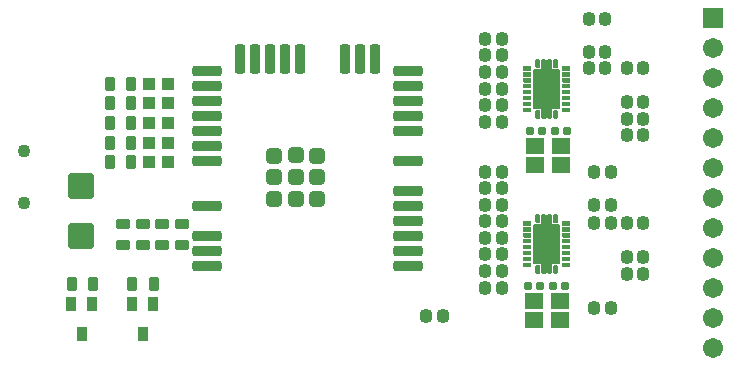
<source format=gbs>
G04*
G04 #@! TF.GenerationSoftware,Altium Limited,Altium Designer,24.0.1 (36)*
G04*
G04 Layer_Color=16711935*
%FSLAX44Y44*%
%MOMM*%
G71*
G04*
G04 #@! TF.SameCoordinates,11300C1B-94DD-46D1-A2B6-7A041ABCAB01*
G04*
G04*
G04 #@! TF.FilePolarity,Negative*
G04*
G01*
G75*
G04:AMPARAMS|DCode=34|XSize=1.2032mm|YSize=0.9032mm|CornerRadius=0.2766mm|HoleSize=0mm|Usage=FLASHONLY|Rotation=270.000|XOffset=0mm|YOffset=0mm|HoleType=Round|Shape=RoundedRectangle|*
%AMROUNDEDRECTD34*
21,1,1.2032,0.3500,0,0,270.0*
21,1,0.6500,0.9032,0,0,270.0*
1,1,0.5532,-0.1750,-0.3250*
1,1,0.5532,-0.1750,0.3250*
1,1,0.5532,0.1750,0.3250*
1,1,0.5532,0.1750,-0.3250*
%
%ADD34ROUNDEDRECTD34*%
G04:AMPARAMS|DCode=36|XSize=1.2032mm|YSize=0.9032mm|CornerRadius=0.2766mm|HoleSize=0mm|Usage=FLASHONLY|Rotation=180.000|XOffset=0mm|YOffset=0mm|HoleType=Round|Shape=RoundedRectangle|*
%AMROUNDEDRECTD36*
21,1,1.2032,0.3500,0,0,180.0*
21,1,0.6500,0.9032,0,0,180.0*
1,1,0.5532,-0.3250,0.1750*
1,1,0.5532,0.3250,0.1750*
1,1,0.5532,0.3250,-0.1750*
1,1,0.5532,-0.3250,-0.1750*
%
%ADD36ROUNDEDRECTD36*%
G04:AMPARAMS|DCode=38|XSize=2.2632mm|YSize=2.2232mm|CornerRadius=0.3541mm|HoleSize=0mm|Usage=FLASHONLY|Rotation=270.000|XOffset=0mm|YOffset=0mm|HoleType=Round|Shape=RoundedRectangle|*
%AMROUNDEDRECTD38*
21,1,2.2632,1.5150,0,0,270.0*
21,1,1.5550,2.2232,0,0,270.0*
1,1,0.7082,-0.7575,-0.7775*
1,1,0.7082,-0.7575,0.7775*
1,1,0.7082,0.7575,0.7775*
1,1,0.7082,0.7575,-0.7775*
%
%ADD38ROUNDEDRECTD38*%
G04:AMPARAMS|DCode=50|XSize=1.0132mm|YSize=1.1032mm|CornerRadius=0.3041mm|HoleSize=0mm|Usage=FLASHONLY|Rotation=0.000|XOffset=0mm|YOffset=0mm|HoleType=Round|Shape=RoundedRectangle|*
%AMROUNDEDRECTD50*
21,1,1.0132,0.4950,0,0,0.0*
21,1,0.4050,1.1032,0,0,0.0*
1,1,0.6082,0.2025,-0.2475*
1,1,0.6082,-0.2025,-0.2475*
1,1,0.6082,-0.2025,0.2475*
1,1,0.6082,0.2025,0.2475*
%
%ADD50ROUNDEDRECTD50*%
%ADD51R,1.7032X1.7032*%
%ADD52C,1.7032*%
%ADD53C,1.1032*%
G04:AMPARAMS|DCode=63|XSize=0.25mm|YSize=0.6mm|CornerRadius=0.0525mm|HoleSize=0mm|Usage=FLASHONLY|Rotation=0.000|XOffset=0mm|YOffset=0mm|HoleType=Round|Shape=RoundedRectangle|*
%AMROUNDEDRECTD63*
21,1,0.2500,0.4950,0,0,0.0*
21,1,0.1450,0.6000,0,0,0.0*
1,1,0.1050,0.0725,-0.2475*
1,1,0.1050,-0.0725,-0.2475*
1,1,0.1050,-0.0725,0.2475*
1,1,0.1050,0.0725,0.2475*
%
%ADD63ROUNDEDRECTD63*%
G04:AMPARAMS|DCode=64|XSize=0.6mm|YSize=0.25mm|CornerRadius=0.0525mm|HoleSize=0mm|Usage=FLASHONLY|Rotation=0.000|XOffset=0mm|YOffset=0mm|HoleType=Round|Shape=RoundedRectangle|*
%AMROUNDEDRECTD64*
21,1,0.6000,0.1450,0,0,0.0*
21,1,0.4950,0.2500,0,0,0.0*
1,1,0.1050,0.2475,-0.0725*
1,1,0.1050,-0.2475,-0.0725*
1,1,0.1050,-0.2475,0.0725*
1,1,0.1050,0.2475,0.0725*
%
%ADD64ROUNDEDRECTD64*%
%ADD65R,1.0000X1.0000*%
G04:AMPARAMS|DCode=66|XSize=2.5mm|YSize=0.9mm|CornerRadius=0.225mm|HoleSize=0mm|Usage=FLASHONLY|Rotation=0.000|XOffset=0mm|YOffset=0mm|HoleType=Round|Shape=RoundedRectangle|*
%AMROUNDEDRECTD66*
21,1,2.5000,0.4500,0,0,0.0*
21,1,2.0500,0.9000,0,0,0.0*
1,1,0.4500,1.0250,-0.2250*
1,1,0.4500,-1.0250,-0.2250*
1,1,0.4500,-1.0250,0.2250*
1,1,0.4500,1.0250,0.2250*
%
%ADD66ROUNDEDRECTD66*%
G04:AMPARAMS|DCode=67|XSize=0.9mm|YSize=2.5mm|CornerRadius=0.225mm|HoleSize=0mm|Usage=FLASHONLY|Rotation=0.000|XOffset=0mm|YOffset=0mm|HoleType=Round|Shape=RoundedRectangle|*
%AMROUNDEDRECTD67*
21,1,0.9000,2.0500,0,0,0.0*
21,1,0.4500,2.5000,0,0,0.0*
1,1,0.4500,0.2250,-1.0250*
1,1,0.4500,-0.2250,-1.0250*
1,1,0.4500,-0.2250,1.0250*
1,1,0.4500,0.2250,1.0250*
%
%ADD67ROUNDEDRECTD67*%
G04:AMPARAMS|DCode=68|XSize=1.33mm|YSize=1.33mm|CornerRadius=0.3325mm|HoleSize=0mm|Usage=FLASHONLY|Rotation=0.000|XOffset=0mm|YOffset=0mm|HoleType=Round|Shape=RoundedRectangle|*
%AMROUNDEDRECTD68*
21,1,1.3300,0.6650,0,0,0.0*
21,1,0.6650,1.3300,0,0,0.0*
1,1,0.6650,0.3325,-0.3325*
1,1,0.6650,-0.3325,-0.3325*
1,1,0.6650,-0.3325,0.3325*
1,1,0.6650,0.3325,0.3325*
%
%ADD68ROUNDEDRECTD68*%
%ADD73R,0.8532X1.2032*%
%ADD74R,1.0032X1.0032*%
%ADD75R,1.6032X1.3532*%
G04:AMPARAMS|DCode=76|XSize=0.7032mm|YSize=0.7032mm|CornerRadius=0.2266mm|HoleSize=0mm|Usage=FLASHONLY|Rotation=180.000|XOffset=0mm|YOffset=0mm|HoleType=Round|Shape=RoundedRectangle|*
%AMROUNDEDRECTD76*
21,1,0.7032,0.2500,0,0,180.0*
21,1,0.2500,0.7032,0,0,180.0*
1,1,0.4532,-0.1250,0.1250*
1,1,0.4532,0.1250,0.1250*
1,1,0.4532,0.1250,-0.1250*
1,1,0.4532,-0.1250,-0.1250*
%
%ADD76ROUNDEDRECTD76*%
G36*
X-137925Y-166117D02*
X-137863Y-166122D01*
X-137800Y-166130D01*
X-137739Y-166141D01*
X-137677Y-166156D01*
X-137617Y-166174D01*
X-137558Y-166195D01*
X-137500Y-166219D01*
X-137443Y-166246D01*
X-137388Y-166276D01*
X-137334Y-166309D01*
X-137283Y-166344D01*
X-137233Y-166382D01*
X-137185Y-166423D01*
X-137140Y-166466D01*
X-137096Y-166512D01*
X-137056Y-166560D01*
X-137017Y-166610D01*
X-136982Y-166661D01*
X-136949Y-166715D01*
X-136919Y-166770D01*
X-136892Y-166827D01*
X-136868Y-166885D01*
X-136847Y-166944D01*
X-136829Y-167004D01*
X-136814Y-167066D01*
X-136803Y-167127D01*
X-136795Y-167190D01*
X-136790Y-167252D01*
X-136788Y-167315D01*
Y-174615D01*
X-130738D01*
X-130675Y-174617D01*
X-130613Y-174622D01*
X-130550Y-174630D01*
X-130489Y-174641D01*
X-130428Y-174656D01*
X-130367Y-174674D01*
X-130308Y-174695D01*
X-130250Y-174719D01*
X-130193Y-174746D01*
X-130138Y-174776D01*
X-130084Y-174809D01*
X-130033Y-174844D01*
X-129983Y-174882D01*
X-129935Y-174923D01*
X-129890Y-174967D01*
X-129846Y-175012D01*
X-129805Y-175060D01*
X-129767Y-175110D01*
X-129732Y-175161D01*
X-129699Y-175215D01*
X-129669Y-175270D01*
X-129642Y-175327D01*
X-129618Y-175385D01*
X-129597Y-175444D01*
X-129579Y-175504D01*
X-129564Y-175565D01*
X-129553Y-175627D01*
X-129545Y-175690D01*
X-129540Y-175752D01*
X-129538Y-175815D01*
Y-206815D01*
X-129540Y-206878D01*
X-129545Y-206940D01*
X-129553Y-207003D01*
X-129564Y-207064D01*
X-129579Y-207126D01*
X-129597Y-207186D01*
X-129618Y-207245D01*
X-129642Y-207303D01*
X-129669Y-207360D01*
X-129699Y-207415D01*
X-129732Y-207468D01*
X-129767Y-207520D01*
X-129805Y-207570D01*
X-129846Y-207618D01*
X-129890Y-207663D01*
X-129935Y-207707D01*
X-129983Y-207748D01*
X-130033Y-207786D01*
X-130084Y-207821D01*
X-130138Y-207854D01*
X-130193Y-207884D01*
X-130250Y-207911D01*
X-130308Y-207935D01*
X-130367Y-207956D01*
X-130428Y-207974D01*
X-130489Y-207989D01*
X-130550Y-208000D01*
X-130613Y-208008D01*
X-130675Y-208013D01*
X-130738Y-208015D01*
X-136788D01*
Y-215315D01*
X-136790Y-215378D01*
X-136795Y-215440D01*
X-136803Y-215503D01*
X-136814Y-215564D01*
X-136829Y-215626D01*
X-136847Y-215686D01*
X-136868Y-215745D01*
X-136892Y-215803D01*
X-136919Y-215860D01*
X-136949Y-215915D01*
X-136982Y-215969D01*
X-137017Y-216020D01*
X-137056Y-216070D01*
X-137096Y-216118D01*
X-137140Y-216164D01*
X-137185Y-216207D01*
X-137233Y-216248D01*
X-137283Y-216286D01*
X-137334Y-216321D01*
X-137388Y-216354D01*
X-137443Y-216384D01*
X-137500Y-216411D01*
X-137558Y-216435D01*
X-137617Y-216456D01*
X-137677Y-216474D01*
X-137739Y-216489D01*
X-137800Y-216500D01*
X-137863Y-216508D01*
X-137925Y-216513D01*
X-137988Y-216515D01*
X-139488D01*
X-139551Y-216513D01*
X-139614Y-216508D01*
X-139676Y-216500D01*
X-139738Y-216489D01*
X-139799Y-216474D01*
X-139859Y-216456D01*
X-139918Y-216435D01*
X-139976Y-216411D01*
X-140033Y-216384D01*
X-140088Y-216354D01*
X-140142Y-216321D01*
X-140193Y-216286D01*
X-140243Y-216248D01*
X-140291Y-216207D01*
X-140337Y-216164D01*
X-140380Y-216118D01*
X-140421Y-216070D01*
X-140459Y-216020D01*
X-140494Y-215969D01*
X-140527Y-215915D01*
X-140557Y-215860D01*
X-140584Y-215803D01*
X-140608Y-215745D01*
X-140629Y-215686D01*
X-140647Y-215626D01*
X-140662Y-215564D01*
X-140673Y-215503D01*
X-140681Y-215440D01*
X-140686Y-215378D01*
X-140688Y-215315D01*
Y-213015D01*
X-141788D01*
Y-215315D01*
X-141790Y-215378D01*
X-141795Y-215440D01*
X-141803Y-215503D01*
X-141814Y-215564D01*
X-141829Y-215626D01*
X-141847Y-215686D01*
X-141868Y-215745D01*
X-141892Y-215803D01*
X-141919Y-215860D01*
X-141949Y-215915D01*
X-141982Y-215969D01*
X-142017Y-216020D01*
X-142056Y-216070D01*
X-142096Y-216118D01*
X-142140Y-216164D01*
X-142185Y-216207D01*
X-142233Y-216248D01*
X-142283Y-216286D01*
X-142334Y-216321D01*
X-142388Y-216354D01*
X-142443Y-216384D01*
X-142500Y-216411D01*
X-142558Y-216435D01*
X-142617Y-216456D01*
X-142677Y-216474D01*
X-142739Y-216489D01*
X-142800Y-216500D01*
X-142863Y-216508D01*
X-142925Y-216513D01*
X-142988Y-216515D01*
X-144488D01*
X-144551Y-216513D01*
X-144614Y-216508D01*
X-144676Y-216500D01*
X-144738Y-216489D01*
X-144799Y-216474D01*
X-144859Y-216456D01*
X-144918Y-216435D01*
X-144976Y-216411D01*
X-145033Y-216384D01*
X-145088Y-216354D01*
X-145142Y-216321D01*
X-145193Y-216286D01*
X-145243Y-216248D01*
X-145291Y-216207D01*
X-145337Y-216164D01*
X-145380Y-216118D01*
X-145421Y-216070D01*
X-145459Y-216020D01*
X-145494Y-215969D01*
X-145527Y-215915D01*
X-145557Y-215860D01*
X-145584Y-215803D01*
X-145608Y-215745D01*
X-145629Y-215686D01*
X-145647Y-215626D01*
X-145662Y-215564D01*
X-145673Y-215503D01*
X-145681Y-215440D01*
X-145686Y-215378D01*
X-145688Y-215315D01*
Y-208015D01*
X-151738D01*
X-151801Y-208013D01*
X-151863Y-208008D01*
X-151926Y-208000D01*
X-151988Y-207989D01*
X-152049Y-207974D01*
X-152109Y-207956D01*
X-152168Y-207935D01*
X-152226Y-207911D01*
X-152283Y-207884D01*
X-152338Y-207854D01*
X-152392Y-207821D01*
X-152443Y-207786D01*
X-152493Y-207748D01*
X-152541Y-207707D01*
X-152587Y-207663D01*
X-152630Y-207618D01*
X-152671Y-207570D01*
X-152709Y-207520D01*
X-152745Y-207468D01*
X-152777Y-207415D01*
X-152807Y-207360D01*
X-152834Y-207303D01*
X-152858Y-207245D01*
X-152879Y-207186D01*
X-152897Y-207126D01*
X-152912Y-207064D01*
X-152923Y-207003D01*
X-152931Y-206940D01*
X-152936Y-206878D01*
X-152938Y-206815D01*
Y-175815D01*
X-152936Y-175752D01*
X-152931Y-175690D01*
X-152923Y-175627D01*
X-152912Y-175565D01*
X-152897Y-175504D01*
X-152879Y-175444D01*
X-152858Y-175385D01*
X-152834Y-175327D01*
X-152807Y-175270D01*
X-152777Y-175215D01*
X-152745Y-175161D01*
X-152709Y-175110D01*
X-152671Y-175060D01*
X-152630Y-175012D01*
X-152587Y-174967D01*
X-152541Y-174923D01*
X-152493Y-174882D01*
X-152443Y-174844D01*
X-152392Y-174809D01*
X-152338Y-174776D01*
X-152283Y-174746D01*
X-152226Y-174719D01*
X-152168Y-174695D01*
X-152109Y-174674D01*
X-152049Y-174656D01*
X-151988Y-174641D01*
X-151926Y-174630D01*
X-151863Y-174622D01*
X-151801Y-174617D01*
X-151738Y-174615D01*
X-145688D01*
Y-167315D01*
X-145686Y-167252D01*
X-145681Y-167190D01*
X-145673Y-167127D01*
X-145662Y-167066D01*
X-145647Y-167004D01*
X-145629Y-166944D01*
X-145608Y-166885D01*
X-145584Y-166827D01*
X-145557Y-166770D01*
X-145527Y-166715D01*
X-145494Y-166661D01*
X-145459Y-166610D01*
X-145421Y-166560D01*
X-145380Y-166512D01*
X-145337Y-166466D01*
X-145291Y-166423D01*
X-145243Y-166382D01*
X-145193Y-166344D01*
X-145142Y-166309D01*
X-145088Y-166276D01*
X-145033Y-166246D01*
X-144976Y-166219D01*
X-144918Y-166195D01*
X-144859Y-166174D01*
X-144799Y-166156D01*
X-144738Y-166141D01*
X-144676Y-166130D01*
X-144614Y-166122D01*
X-144551Y-166117D01*
X-144488Y-166115D01*
X-142988D01*
X-142925Y-166117D01*
X-142863Y-166122D01*
X-142800Y-166130D01*
X-142739Y-166141D01*
X-142677Y-166156D01*
X-142617Y-166174D01*
X-142558Y-166195D01*
X-142500Y-166219D01*
X-142443Y-166246D01*
X-142388Y-166276D01*
X-142334Y-166309D01*
X-142283Y-166344D01*
X-142233Y-166382D01*
X-142185Y-166423D01*
X-142140Y-166466D01*
X-142096Y-166512D01*
X-142056Y-166560D01*
X-142017Y-166610D01*
X-141982Y-166661D01*
X-141949Y-166715D01*
X-141919Y-166770D01*
X-141892Y-166827D01*
X-141868Y-166885D01*
X-141847Y-166944D01*
X-141829Y-167004D01*
X-141814Y-167066D01*
X-141803Y-167127D01*
X-141795Y-167190D01*
X-141790Y-167252D01*
X-141788Y-167315D01*
Y-169615D01*
X-140688D01*
Y-167315D01*
X-140686Y-167252D01*
X-140681Y-167190D01*
X-140673Y-167127D01*
X-140662Y-167066D01*
X-140647Y-167004D01*
X-140629Y-166944D01*
X-140608Y-166885D01*
X-140584Y-166827D01*
X-140557Y-166770D01*
X-140527Y-166715D01*
X-140494Y-166661D01*
X-140459Y-166610D01*
X-140421Y-166560D01*
X-140380Y-166512D01*
X-140337Y-166466D01*
X-140291Y-166423D01*
X-140243Y-166382D01*
X-140193Y-166344D01*
X-140142Y-166309D01*
X-140088Y-166276D01*
X-140033Y-166246D01*
X-139976Y-166219D01*
X-139918Y-166195D01*
X-139859Y-166174D01*
X-139799Y-166156D01*
X-139738Y-166141D01*
X-139676Y-166130D01*
X-139614Y-166122D01*
X-139551Y-166117D01*
X-139488Y-166115D01*
X-137988D01*
X-137925Y-166117D01*
D02*
G37*
G36*
X-132925D02*
X-132863Y-166122D01*
X-132800Y-166130D01*
X-132739Y-166141D01*
X-132677Y-166156D01*
X-132617Y-166174D01*
X-132558Y-166195D01*
X-132500Y-166219D01*
X-132443Y-166246D01*
X-132388Y-166276D01*
X-132334Y-166309D01*
X-132283Y-166344D01*
X-132233Y-166382D01*
X-132185Y-166423D01*
X-132140Y-166466D01*
X-132096Y-166512D01*
X-132056Y-166560D01*
X-132017Y-166610D01*
X-131982Y-166661D01*
X-131949Y-166715D01*
X-131919Y-166770D01*
X-131892Y-166827D01*
X-131868Y-166885D01*
X-131847Y-166944D01*
X-131829Y-167004D01*
X-131814Y-167066D01*
X-131803Y-167127D01*
X-131795Y-167190D01*
X-131790Y-167252D01*
X-131788Y-167315D01*
Y-172315D01*
X-131790Y-172378D01*
X-131795Y-172440D01*
X-131803Y-172503D01*
X-131814Y-172565D01*
X-131829Y-172626D01*
X-131847Y-172686D01*
X-131868Y-172745D01*
X-131892Y-172803D01*
X-131919Y-172860D01*
X-131949Y-172915D01*
X-131982Y-172969D01*
X-132017Y-173020D01*
X-132056Y-173070D01*
X-132096Y-173118D01*
X-132140Y-173164D01*
X-132185Y-173207D01*
X-132233Y-173248D01*
X-132283Y-173286D01*
X-132334Y-173321D01*
X-132388Y-173354D01*
X-132443Y-173384D01*
X-132500Y-173411D01*
X-132558Y-173435D01*
X-132617Y-173456D01*
X-132677Y-173474D01*
X-132739Y-173489D01*
X-132800Y-173500D01*
X-132863Y-173508D01*
X-132925Y-173513D01*
X-132988Y-173515D01*
X-134488D01*
X-134551Y-173513D01*
X-134614Y-173508D01*
X-134676Y-173500D01*
X-134738Y-173489D01*
X-134799Y-173474D01*
X-134859Y-173456D01*
X-134918Y-173435D01*
X-134976Y-173411D01*
X-135033Y-173384D01*
X-135088Y-173354D01*
X-135142Y-173321D01*
X-135193Y-173286D01*
X-135243Y-173248D01*
X-135291Y-173207D01*
X-135337Y-173164D01*
X-135380Y-173118D01*
X-135421Y-173070D01*
X-135459Y-173020D01*
X-135494Y-172969D01*
X-135527Y-172915D01*
X-135557Y-172860D01*
X-135584Y-172803D01*
X-135608Y-172745D01*
X-135629Y-172686D01*
X-135647Y-172626D01*
X-135662Y-172565D01*
X-135673Y-172503D01*
X-135681Y-172440D01*
X-135686Y-172378D01*
X-135688Y-172315D01*
Y-167315D01*
X-135686Y-167252D01*
X-135681Y-167190D01*
X-135673Y-167127D01*
X-135662Y-167066D01*
X-135647Y-167004D01*
X-135629Y-166944D01*
X-135608Y-166885D01*
X-135584Y-166827D01*
X-135557Y-166770D01*
X-135527Y-166715D01*
X-135494Y-166661D01*
X-135459Y-166610D01*
X-135421Y-166560D01*
X-135380Y-166512D01*
X-135337Y-166466D01*
X-135291Y-166423D01*
X-135243Y-166382D01*
X-135193Y-166344D01*
X-135142Y-166309D01*
X-135088Y-166276D01*
X-135033Y-166246D01*
X-134976Y-166219D01*
X-134918Y-166195D01*
X-134859Y-166174D01*
X-134799Y-166156D01*
X-134738Y-166141D01*
X-134676Y-166130D01*
X-134614Y-166122D01*
X-134551Y-166117D01*
X-134488Y-166115D01*
X-132988D01*
X-132925Y-166117D01*
D02*
G37*
G36*
X-147925D02*
X-147863Y-166122D01*
X-147800Y-166130D01*
X-147739Y-166141D01*
X-147677Y-166156D01*
X-147617Y-166174D01*
X-147558Y-166195D01*
X-147500Y-166219D01*
X-147443Y-166246D01*
X-147388Y-166276D01*
X-147334Y-166309D01*
X-147283Y-166344D01*
X-147233Y-166382D01*
X-147185Y-166423D01*
X-147140Y-166466D01*
X-147096Y-166512D01*
X-147056Y-166560D01*
X-147017Y-166610D01*
X-146982Y-166661D01*
X-146949Y-166715D01*
X-146919Y-166770D01*
X-146892Y-166827D01*
X-146868Y-166885D01*
X-146847Y-166944D01*
X-146829Y-167004D01*
X-146814Y-167066D01*
X-146803Y-167127D01*
X-146795Y-167190D01*
X-146790Y-167252D01*
X-146788Y-167315D01*
Y-172315D01*
X-146790Y-172378D01*
X-146795Y-172440D01*
X-146803Y-172503D01*
X-146814Y-172565D01*
X-146829Y-172626D01*
X-146847Y-172686D01*
X-146868Y-172745D01*
X-146892Y-172803D01*
X-146919Y-172860D01*
X-146949Y-172915D01*
X-146982Y-172969D01*
X-147017Y-173020D01*
X-147056Y-173070D01*
X-147096Y-173118D01*
X-147140Y-173164D01*
X-147185Y-173207D01*
X-147233Y-173248D01*
X-147283Y-173286D01*
X-147334Y-173321D01*
X-147388Y-173354D01*
X-147443Y-173384D01*
X-147500Y-173411D01*
X-147558Y-173435D01*
X-147617Y-173456D01*
X-147677Y-173474D01*
X-147739Y-173489D01*
X-147800Y-173500D01*
X-147863Y-173508D01*
X-147925Y-173513D01*
X-147988Y-173515D01*
X-149488D01*
X-149551Y-173513D01*
X-149614Y-173508D01*
X-149676Y-173500D01*
X-149738Y-173489D01*
X-149799Y-173474D01*
X-149859Y-173456D01*
X-149918Y-173435D01*
X-149976Y-173411D01*
X-150033Y-173384D01*
X-150088Y-173354D01*
X-150142Y-173321D01*
X-150193Y-173286D01*
X-150243Y-173248D01*
X-150291Y-173207D01*
X-150337Y-173164D01*
X-150380Y-173118D01*
X-150421Y-173070D01*
X-150459Y-173020D01*
X-150494Y-172969D01*
X-150527Y-172915D01*
X-150557Y-172860D01*
X-150584Y-172803D01*
X-150608Y-172745D01*
X-150629Y-172686D01*
X-150647Y-172626D01*
X-150662Y-172565D01*
X-150673Y-172503D01*
X-150681Y-172440D01*
X-150686Y-172378D01*
X-150688Y-172315D01*
Y-167315D01*
X-150686Y-167252D01*
X-150681Y-167190D01*
X-150673Y-167127D01*
X-150662Y-167066D01*
X-150647Y-167004D01*
X-150629Y-166944D01*
X-150608Y-166885D01*
X-150584Y-166827D01*
X-150557Y-166770D01*
X-150527Y-166715D01*
X-150494Y-166661D01*
X-150459Y-166610D01*
X-150421Y-166560D01*
X-150380Y-166512D01*
X-150337Y-166466D01*
X-150291Y-166423D01*
X-150243Y-166382D01*
X-150193Y-166344D01*
X-150142Y-166309D01*
X-150088Y-166276D01*
X-150033Y-166246D01*
X-149976Y-166219D01*
X-149918Y-166195D01*
X-149859Y-166174D01*
X-149799Y-166156D01*
X-149738Y-166141D01*
X-149676Y-166130D01*
X-149614Y-166122D01*
X-149551Y-166117D01*
X-149488Y-166115D01*
X-147988D01*
X-147925Y-166117D01*
D02*
G37*
G36*
X-122175Y-171867D02*
X-122113Y-171872D01*
X-122050Y-171880D01*
X-121989Y-171891D01*
X-121927Y-171906D01*
X-121867Y-171924D01*
X-121808Y-171945D01*
X-121750Y-171969D01*
X-121693Y-171996D01*
X-121638Y-172026D01*
X-121585Y-172059D01*
X-121533Y-172094D01*
X-121483Y-172132D01*
X-121435Y-172173D01*
X-121390Y-172216D01*
X-121346Y-172262D01*
X-121306Y-172310D01*
X-121267Y-172360D01*
X-121232Y-172411D01*
X-121199Y-172465D01*
X-121169Y-172520D01*
X-121142Y-172577D01*
X-121118Y-172635D01*
X-121097Y-172694D01*
X-121079Y-172754D01*
X-121064Y-172815D01*
X-121053Y-172877D01*
X-121045Y-172940D01*
X-121040Y-173002D01*
X-121038Y-173065D01*
Y-174565D01*
X-121040Y-174628D01*
X-121045Y-174690D01*
X-121053Y-174753D01*
X-121064Y-174814D01*
X-121079Y-174876D01*
X-121097Y-174936D01*
X-121118Y-174995D01*
X-121142Y-175053D01*
X-121169Y-175110D01*
X-121199Y-175165D01*
X-121232Y-175219D01*
X-121267Y-175270D01*
X-121306Y-175320D01*
X-121346Y-175368D01*
X-121390Y-175413D01*
X-121435Y-175457D01*
X-121483Y-175498D01*
X-121533Y-175536D01*
X-121585Y-175571D01*
X-121638Y-175604D01*
X-121693Y-175634D01*
X-121750Y-175661D01*
X-121808Y-175685D01*
X-121867Y-175706D01*
X-121927Y-175724D01*
X-121989Y-175739D01*
X-122050Y-175750D01*
X-122113Y-175758D01*
X-122175Y-175763D01*
X-122238Y-175765D01*
X-127238D01*
X-127301Y-175763D01*
X-127364Y-175758D01*
X-127426Y-175750D01*
X-127488Y-175739D01*
X-127549Y-175724D01*
X-127609Y-175706D01*
X-127668Y-175685D01*
X-127726Y-175661D01*
X-127783Y-175634D01*
X-127838Y-175604D01*
X-127892Y-175571D01*
X-127943Y-175536D01*
X-127993Y-175498D01*
X-128041Y-175457D01*
X-128087Y-175413D01*
X-128130Y-175368D01*
X-128171Y-175320D01*
X-128209Y-175270D01*
X-128244Y-175219D01*
X-128277Y-175165D01*
X-128307Y-175110D01*
X-128334Y-175053D01*
X-128358Y-174995D01*
X-128379Y-174936D01*
X-128397Y-174876D01*
X-128412Y-174814D01*
X-128423Y-174753D01*
X-128432Y-174690D01*
X-128436Y-174628D01*
X-128438Y-174565D01*
Y-173065D01*
X-128436Y-173002D01*
X-128432Y-172940D01*
X-128423Y-172877D01*
X-128412Y-172815D01*
X-128397Y-172754D01*
X-128379Y-172694D01*
X-128358Y-172635D01*
X-128334Y-172577D01*
X-128307Y-172520D01*
X-128277Y-172465D01*
X-128244Y-172411D01*
X-128209Y-172360D01*
X-128171Y-172310D01*
X-128130Y-172262D01*
X-128087Y-172216D01*
X-128041Y-172173D01*
X-127993Y-172132D01*
X-127943Y-172094D01*
X-127892Y-172059D01*
X-127838Y-172026D01*
X-127783Y-171996D01*
X-127726Y-171969D01*
X-127668Y-171945D01*
X-127609Y-171924D01*
X-127549Y-171906D01*
X-127488Y-171891D01*
X-127426Y-171880D01*
X-127364Y-171872D01*
X-127301Y-171867D01*
X-127238Y-171865D01*
X-122238D01*
X-122175Y-171867D01*
D02*
G37*
G36*
X-155175D02*
X-155113Y-171872D01*
X-155050Y-171880D01*
X-154989Y-171891D01*
X-154928Y-171906D01*
X-154867Y-171924D01*
X-154808Y-171945D01*
X-154750Y-171969D01*
X-154693Y-171996D01*
X-154638Y-172026D01*
X-154585Y-172059D01*
X-154533Y-172094D01*
X-154483Y-172132D01*
X-154435Y-172173D01*
X-154389Y-172216D01*
X-154346Y-172262D01*
X-154305Y-172310D01*
X-154267Y-172360D01*
X-154232Y-172411D01*
X-154199Y-172465D01*
X-154169Y-172520D01*
X-154142Y-172577D01*
X-154118Y-172635D01*
X-154097Y-172694D01*
X-154079Y-172754D01*
X-154064Y-172815D01*
X-154053Y-172877D01*
X-154045Y-172940D01*
X-154040Y-173002D01*
X-154038Y-173065D01*
Y-174565D01*
X-154040Y-174628D01*
X-154045Y-174690D01*
X-154053Y-174753D01*
X-154064Y-174814D01*
X-154079Y-174876D01*
X-154097Y-174936D01*
X-154118Y-174995D01*
X-154142Y-175053D01*
X-154169Y-175110D01*
X-154199Y-175165D01*
X-154232Y-175219D01*
X-154267Y-175270D01*
X-154305Y-175320D01*
X-154346Y-175368D01*
X-154389Y-175413D01*
X-154435Y-175457D01*
X-154483Y-175498D01*
X-154533Y-175536D01*
X-154585Y-175571D01*
X-154638Y-175604D01*
X-154693Y-175634D01*
X-154750Y-175661D01*
X-154808Y-175685D01*
X-154867Y-175706D01*
X-154928Y-175724D01*
X-154989Y-175739D01*
X-155050Y-175750D01*
X-155113Y-175758D01*
X-155175Y-175763D01*
X-155238Y-175765D01*
X-160238D01*
X-160301Y-175763D01*
X-160364Y-175758D01*
X-160426Y-175750D01*
X-160488Y-175739D01*
X-160549Y-175724D01*
X-160609Y-175706D01*
X-160668Y-175685D01*
X-160726Y-175661D01*
X-160783Y-175634D01*
X-160838Y-175604D01*
X-160892Y-175571D01*
X-160943Y-175536D01*
X-160993Y-175498D01*
X-161041Y-175457D01*
X-161087Y-175413D01*
X-161130Y-175368D01*
X-161171Y-175320D01*
X-161209Y-175270D01*
X-161245Y-175219D01*
X-161277Y-175165D01*
X-161307Y-175110D01*
X-161334Y-175053D01*
X-161358Y-174995D01*
X-161379Y-174936D01*
X-161397Y-174876D01*
X-161412Y-174814D01*
X-161423Y-174753D01*
X-161432Y-174690D01*
X-161436Y-174628D01*
X-161438Y-174565D01*
Y-173065D01*
X-161436Y-173002D01*
X-161432Y-172940D01*
X-161423Y-172877D01*
X-161412Y-172815D01*
X-161397Y-172754D01*
X-161379Y-172694D01*
X-161358Y-172635D01*
X-161334Y-172577D01*
X-161307Y-172520D01*
X-161277Y-172465D01*
X-161245Y-172411D01*
X-161209Y-172360D01*
X-161171Y-172310D01*
X-161130Y-172262D01*
X-161087Y-172216D01*
X-161041Y-172173D01*
X-160993Y-172132D01*
X-160943Y-172094D01*
X-160892Y-172059D01*
X-160838Y-172026D01*
X-160783Y-171996D01*
X-160726Y-171969D01*
X-160668Y-171945D01*
X-160609Y-171924D01*
X-160549Y-171906D01*
X-160488Y-171891D01*
X-160426Y-171880D01*
X-160364Y-171872D01*
X-160301Y-171867D01*
X-160238Y-171865D01*
X-155238D01*
X-155175Y-171867D01*
D02*
G37*
G36*
X-122175Y-176867D02*
X-122113Y-176872D01*
X-122050Y-176880D01*
X-121989Y-176891D01*
X-121927Y-176906D01*
X-121867Y-176924D01*
X-121808Y-176945D01*
X-121750Y-176969D01*
X-121693Y-176996D01*
X-121638Y-177026D01*
X-121585Y-177059D01*
X-121533Y-177094D01*
X-121483Y-177132D01*
X-121435Y-177173D01*
X-121390Y-177216D01*
X-121346Y-177262D01*
X-121306Y-177310D01*
X-121267Y-177360D01*
X-121232Y-177411D01*
X-121199Y-177465D01*
X-121169Y-177520D01*
X-121142Y-177577D01*
X-121118Y-177635D01*
X-121097Y-177694D01*
X-121079Y-177754D01*
X-121064Y-177815D01*
X-121053Y-177877D01*
X-121045Y-177939D01*
X-121040Y-178002D01*
X-121038Y-178065D01*
Y-179565D01*
X-121040Y-179628D01*
X-121045Y-179690D01*
X-121053Y-179753D01*
X-121064Y-179814D01*
X-121079Y-179876D01*
X-121097Y-179936D01*
X-121118Y-179995D01*
X-121142Y-180053D01*
X-121169Y-180110D01*
X-121199Y-180165D01*
X-121232Y-180219D01*
X-121267Y-180270D01*
X-121306Y-180320D01*
X-121346Y-180368D01*
X-121390Y-180413D01*
X-121435Y-180457D01*
X-121483Y-180498D01*
X-121533Y-180536D01*
X-121585Y-180571D01*
X-121638Y-180604D01*
X-121693Y-180634D01*
X-121750Y-180661D01*
X-121808Y-180685D01*
X-121867Y-180706D01*
X-121927Y-180724D01*
X-121989Y-180739D01*
X-122050Y-180750D01*
X-122113Y-180758D01*
X-122175Y-180763D01*
X-122238Y-180765D01*
X-127238D01*
X-127301Y-180763D01*
X-127364Y-180758D01*
X-127426Y-180750D01*
X-127488Y-180739D01*
X-127549Y-180724D01*
X-127609Y-180706D01*
X-127668Y-180685D01*
X-127726Y-180661D01*
X-127783Y-180634D01*
X-127838Y-180604D01*
X-127892Y-180571D01*
X-127943Y-180536D01*
X-127993Y-180498D01*
X-128041Y-180457D01*
X-128087Y-180413D01*
X-128130Y-180368D01*
X-128171Y-180320D01*
X-128209Y-180270D01*
X-128244Y-180219D01*
X-128277Y-180165D01*
X-128307Y-180110D01*
X-128334Y-180053D01*
X-128358Y-179995D01*
X-128379Y-179936D01*
X-128397Y-179876D01*
X-128412Y-179814D01*
X-128423Y-179753D01*
X-128432Y-179690D01*
X-128436Y-179628D01*
X-128438Y-179565D01*
Y-178065D01*
X-128436Y-178002D01*
X-128432Y-177939D01*
X-128423Y-177877D01*
X-128412Y-177815D01*
X-128397Y-177754D01*
X-128379Y-177694D01*
X-128358Y-177635D01*
X-128334Y-177577D01*
X-128307Y-177520D01*
X-128277Y-177465D01*
X-128244Y-177411D01*
X-128209Y-177360D01*
X-128171Y-177310D01*
X-128130Y-177262D01*
X-128087Y-177216D01*
X-128041Y-177173D01*
X-127993Y-177132D01*
X-127943Y-177094D01*
X-127892Y-177059D01*
X-127838Y-177026D01*
X-127783Y-176996D01*
X-127726Y-176969D01*
X-127668Y-176945D01*
X-127609Y-176924D01*
X-127549Y-176906D01*
X-127488Y-176891D01*
X-127426Y-176880D01*
X-127364Y-176872D01*
X-127301Y-176867D01*
X-127238Y-176865D01*
X-122238D01*
X-122175Y-176867D01*
D02*
G37*
G36*
X-155175D02*
X-155113Y-176872D01*
X-155050Y-176880D01*
X-154989Y-176891D01*
X-154928Y-176906D01*
X-154867Y-176924D01*
X-154808Y-176945D01*
X-154750Y-176969D01*
X-154693Y-176996D01*
X-154638Y-177026D01*
X-154585Y-177059D01*
X-154533Y-177094D01*
X-154483Y-177132D01*
X-154435Y-177173D01*
X-154389Y-177216D01*
X-154346Y-177262D01*
X-154305Y-177310D01*
X-154267Y-177360D01*
X-154232Y-177411D01*
X-154199Y-177465D01*
X-154169Y-177520D01*
X-154142Y-177577D01*
X-154118Y-177635D01*
X-154097Y-177694D01*
X-154079Y-177754D01*
X-154064Y-177815D01*
X-154053Y-177877D01*
X-154045Y-177939D01*
X-154040Y-178002D01*
X-154038Y-178065D01*
Y-179565D01*
X-154040Y-179628D01*
X-154045Y-179690D01*
X-154053Y-179753D01*
X-154064Y-179814D01*
X-154079Y-179876D01*
X-154097Y-179936D01*
X-154118Y-179995D01*
X-154142Y-180053D01*
X-154169Y-180110D01*
X-154199Y-180165D01*
X-154232Y-180219D01*
X-154267Y-180270D01*
X-154305Y-180320D01*
X-154346Y-180368D01*
X-154389Y-180413D01*
X-154435Y-180457D01*
X-154483Y-180498D01*
X-154533Y-180536D01*
X-154585Y-180571D01*
X-154638Y-180604D01*
X-154693Y-180634D01*
X-154750Y-180661D01*
X-154808Y-180685D01*
X-154867Y-180706D01*
X-154928Y-180724D01*
X-154989Y-180739D01*
X-155050Y-180750D01*
X-155113Y-180758D01*
X-155175Y-180763D01*
X-155238Y-180765D01*
X-160238D01*
X-160301Y-180763D01*
X-160364Y-180758D01*
X-160426Y-180750D01*
X-160488Y-180739D01*
X-160549Y-180724D01*
X-160609Y-180706D01*
X-160668Y-180685D01*
X-160726Y-180661D01*
X-160783Y-180634D01*
X-160838Y-180604D01*
X-160892Y-180571D01*
X-160943Y-180536D01*
X-160993Y-180498D01*
X-161041Y-180457D01*
X-161087Y-180413D01*
X-161130Y-180368D01*
X-161171Y-180320D01*
X-161209Y-180270D01*
X-161245Y-180219D01*
X-161277Y-180165D01*
X-161307Y-180110D01*
X-161334Y-180053D01*
X-161358Y-179995D01*
X-161379Y-179936D01*
X-161397Y-179876D01*
X-161412Y-179814D01*
X-161423Y-179753D01*
X-161432Y-179690D01*
X-161436Y-179628D01*
X-161438Y-179565D01*
Y-178065D01*
X-161436Y-178002D01*
X-161432Y-177939D01*
X-161423Y-177877D01*
X-161412Y-177815D01*
X-161397Y-177754D01*
X-161379Y-177694D01*
X-161358Y-177635D01*
X-161334Y-177577D01*
X-161307Y-177520D01*
X-161277Y-177465D01*
X-161245Y-177411D01*
X-161209Y-177360D01*
X-161171Y-177310D01*
X-161130Y-177262D01*
X-161087Y-177216D01*
X-161041Y-177173D01*
X-160993Y-177132D01*
X-160943Y-177094D01*
X-160892Y-177059D01*
X-160838Y-177026D01*
X-160783Y-176996D01*
X-160726Y-176969D01*
X-160668Y-176945D01*
X-160609Y-176924D01*
X-160549Y-176906D01*
X-160488Y-176891D01*
X-160426Y-176880D01*
X-160364Y-176872D01*
X-160301Y-176867D01*
X-160238Y-176865D01*
X-155238D01*
X-155175Y-176867D01*
D02*
G37*
G36*
X-122175Y-181867D02*
X-122113Y-181872D01*
X-122050Y-181880D01*
X-121989Y-181891D01*
X-121927Y-181906D01*
X-121867Y-181924D01*
X-121808Y-181945D01*
X-121750Y-181969D01*
X-121693Y-181996D01*
X-121638Y-182026D01*
X-121585Y-182059D01*
X-121533Y-182094D01*
X-121483Y-182132D01*
X-121435Y-182173D01*
X-121390Y-182216D01*
X-121346Y-182262D01*
X-121306Y-182310D01*
X-121267Y-182360D01*
X-121232Y-182411D01*
X-121199Y-182465D01*
X-121169Y-182520D01*
X-121142Y-182577D01*
X-121118Y-182635D01*
X-121097Y-182694D01*
X-121079Y-182754D01*
X-121064Y-182815D01*
X-121053Y-182877D01*
X-121045Y-182939D01*
X-121040Y-183002D01*
X-121038Y-183065D01*
Y-184565D01*
X-121040Y-184628D01*
X-121045Y-184690D01*
X-121053Y-184753D01*
X-121064Y-184814D01*
X-121079Y-184876D01*
X-121097Y-184936D01*
X-121118Y-184995D01*
X-121142Y-185053D01*
X-121169Y-185110D01*
X-121199Y-185165D01*
X-121232Y-185219D01*
X-121267Y-185270D01*
X-121306Y-185320D01*
X-121346Y-185368D01*
X-121390Y-185413D01*
X-121435Y-185457D01*
X-121483Y-185498D01*
X-121533Y-185536D01*
X-121585Y-185571D01*
X-121638Y-185604D01*
X-121693Y-185634D01*
X-121750Y-185661D01*
X-121808Y-185685D01*
X-121867Y-185706D01*
X-121927Y-185724D01*
X-121989Y-185739D01*
X-122050Y-185750D01*
X-122113Y-185758D01*
X-122175Y-185763D01*
X-122238Y-185765D01*
X-127238D01*
X-127301Y-185763D01*
X-127364Y-185758D01*
X-127426Y-185750D01*
X-127488Y-185739D01*
X-127549Y-185724D01*
X-127609Y-185706D01*
X-127668Y-185685D01*
X-127726Y-185661D01*
X-127783Y-185634D01*
X-127838Y-185604D01*
X-127892Y-185571D01*
X-127943Y-185536D01*
X-127993Y-185498D01*
X-128041Y-185457D01*
X-128087Y-185413D01*
X-128130Y-185368D01*
X-128171Y-185320D01*
X-128209Y-185270D01*
X-128244Y-185219D01*
X-128277Y-185165D01*
X-128307Y-185110D01*
X-128334Y-185053D01*
X-128358Y-184995D01*
X-128379Y-184936D01*
X-128397Y-184876D01*
X-128412Y-184814D01*
X-128423Y-184753D01*
X-128432Y-184690D01*
X-128436Y-184628D01*
X-128438Y-184565D01*
Y-183065D01*
X-128436Y-183002D01*
X-128432Y-182939D01*
X-128423Y-182877D01*
X-128412Y-182815D01*
X-128397Y-182754D01*
X-128379Y-182694D01*
X-128358Y-182635D01*
X-128334Y-182577D01*
X-128307Y-182520D01*
X-128277Y-182465D01*
X-128244Y-182411D01*
X-128209Y-182360D01*
X-128171Y-182310D01*
X-128130Y-182262D01*
X-128087Y-182216D01*
X-128041Y-182173D01*
X-127993Y-182132D01*
X-127943Y-182094D01*
X-127892Y-182059D01*
X-127838Y-182026D01*
X-127783Y-181996D01*
X-127726Y-181969D01*
X-127668Y-181945D01*
X-127609Y-181924D01*
X-127549Y-181906D01*
X-127488Y-181891D01*
X-127426Y-181880D01*
X-127364Y-181872D01*
X-127301Y-181867D01*
X-127238Y-181865D01*
X-122238D01*
X-122175Y-181867D01*
D02*
G37*
G36*
X-155175D02*
X-155113Y-181872D01*
X-155050Y-181880D01*
X-154989Y-181891D01*
X-154928Y-181906D01*
X-154867Y-181924D01*
X-154808Y-181945D01*
X-154750Y-181969D01*
X-154693Y-181996D01*
X-154638Y-182026D01*
X-154585Y-182059D01*
X-154533Y-182094D01*
X-154483Y-182132D01*
X-154435Y-182173D01*
X-154389Y-182216D01*
X-154346Y-182262D01*
X-154305Y-182310D01*
X-154267Y-182360D01*
X-154232Y-182411D01*
X-154199Y-182465D01*
X-154169Y-182520D01*
X-154142Y-182577D01*
X-154118Y-182635D01*
X-154097Y-182694D01*
X-154079Y-182754D01*
X-154064Y-182815D01*
X-154053Y-182877D01*
X-154045Y-182939D01*
X-154040Y-183002D01*
X-154038Y-183065D01*
Y-184565D01*
X-154040Y-184628D01*
X-154045Y-184690D01*
X-154053Y-184753D01*
X-154064Y-184814D01*
X-154079Y-184876D01*
X-154097Y-184936D01*
X-154118Y-184995D01*
X-154142Y-185053D01*
X-154169Y-185110D01*
X-154199Y-185165D01*
X-154232Y-185219D01*
X-154267Y-185270D01*
X-154305Y-185320D01*
X-154346Y-185368D01*
X-154389Y-185413D01*
X-154435Y-185457D01*
X-154483Y-185498D01*
X-154533Y-185536D01*
X-154585Y-185571D01*
X-154638Y-185604D01*
X-154693Y-185634D01*
X-154750Y-185661D01*
X-154808Y-185685D01*
X-154867Y-185706D01*
X-154928Y-185724D01*
X-154989Y-185739D01*
X-155050Y-185750D01*
X-155113Y-185758D01*
X-155175Y-185763D01*
X-155238Y-185765D01*
X-160238D01*
X-160301Y-185763D01*
X-160364Y-185758D01*
X-160426Y-185750D01*
X-160488Y-185739D01*
X-160549Y-185724D01*
X-160609Y-185706D01*
X-160668Y-185685D01*
X-160726Y-185661D01*
X-160783Y-185634D01*
X-160838Y-185604D01*
X-160892Y-185571D01*
X-160943Y-185536D01*
X-160993Y-185498D01*
X-161041Y-185457D01*
X-161087Y-185413D01*
X-161130Y-185368D01*
X-161171Y-185320D01*
X-161209Y-185270D01*
X-161245Y-185219D01*
X-161277Y-185165D01*
X-161307Y-185110D01*
X-161334Y-185053D01*
X-161358Y-184995D01*
X-161379Y-184936D01*
X-161397Y-184876D01*
X-161412Y-184814D01*
X-161423Y-184753D01*
X-161432Y-184690D01*
X-161436Y-184628D01*
X-161438Y-184565D01*
Y-183065D01*
X-161436Y-183002D01*
X-161432Y-182939D01*
X-161423Y-182877D01*
X-161412Y-182815D01*
X-161397Y-182754D01*
X-161379Y-182694D01*
X-161358Y-182635D01*
X-161334Y-182577D01*
X-161307Y-182520D01*
X-161277Y-182465D01*
X-161245Y-182411D01*
X-161209Y-182360D01*
X-161171Y-182310D01*
X-161130Y-182262D01*
X-161087Y-182216D01*
X-161041Y-182173D01*
X-160993Y-182132D01*
X-160943Y-182094D01*
X-160892Y-182059D01*
X-160838Y-182026D01*
X-160783Y-181996D01*
X-160726Y-181969D01*
X-160668Y-181945D01*
X-160609Y-181924D01*
X-160549Y-181906D01*
X-160488Y-181891D01*
X-160426Y-181880D01*
X-160364Y-181872D01*
X-160301Y-181867D01*
X-160238Y-181865D01*
X-155238D01*
X-155175Y-181867D01*
D02*
G37*
G36*
X-122175Y-186867D02*
X-122113Y-186872D01*
X-122050Y-186880D01*
X-121989Y-186891D01*
X-121927Y-186906D01*
X-121867Y-186924D01*
X-121808Y-186945D01*
X-121750Y-186969D01*
X-121693Y-186996D01*
X-121638Y-187026D01*
X-121585Y-187059D01*
X-121533Y-187094D01*
X-121483Y-187132D01*
X-121435Y-187173D01*
X-121390Y-187216D01*
X-121346Y-187262D01*
X-121306Y-187310D01*
X-121267Y-187360D01*
X-121232Y-187411D01*
X-121199Y-187465D01*
X-121169Y-187520D01*
X-121142Y-187577D01*
X-121118Y-187635D01*
X-121097Y-187694D01*
X-121079Y-187754D01*
X-121064Y-187815D01*
X-121053Y-187877D01*
X-121045Y-187940D01*
X-121040Y-188002D01*
X-121038Y-188065D01*
Y-189565D01*
X-121040Y-189628D01*
X-121045Y-189690D01*
X-121053Y-189753D01*
X-121064Y-189814D01*
X-121079Y-189876D01*
X-121097Y-189936D01*
X-121118Y-189995D01*
X-121142Y-190053D01*
X-121169Y-190110D01*
X-121199Y-190165D01*
X-121232Y-190219D01*
X-121267Y-190270D01*
X-121306Y-190320D01*
X-121346Y-190368D01*
X-121390Y-190413D01*
X-121435Y-190457D01*
X-121483Y-190498D01*
X-121533Y-190536D01*
X-121585Y-190571D01*
X-121638Y-190604D01*
X-121693Y-190634D01*
X-121750Y-190661D01*
X-121808Y-190685D01*
X-121867Y-190706D01*
X-121927Y-190724D01*
X-121989Y-190739D01*
X-122050Y-190750D01*
X-122113Y-190758D01*
X-122175Y-190763D01*
X-122238Y-190765D01*
X-127238D01*
X-127301Y-190763D01*
X-127364Y-190758D01*
X-127426Y-190750D01*
X-127488Y-190739D01*
X-127549Y-190724D01*
X-127609Y-190706D01*
X-127668Y-190685D01*
X-127726Y-190661D01*
X-127783Y-190634D01*
X-127838Y-190604D01*
X-127892Y-190571D01*
X-127943Y-190536D01*
X-127993Y-190498D01*
X-128041Y-190457D01*
X-128087Y-190413D01*
X-128130Y-190368D01*
X-128171Y-190320D01*
X-128209Y-190270D01*
X-128244Y-190219D01*
X-128277Y-190165D01*
X-128307Y-190110D01*
X-128334Y-190053D01*
X-128358Y-189995D01*
X-128379Y-189936D01*
X-128397Y-189876D01*
X-128412Y-189814D01*
X-128423Y-189753D01*
X-128432Y-189690D01*
X-128436Y-189628D01*
X-128438Y-189565D01*
Y-188065D01*
X-128436Y-188002D01*
X-128432Y-187940D01*
X-128423Y-187877D01*
X-128412Y-187815D01*
X-128397Y-187754D01*
X-128379Y-187694D01*
X-128358Y-187635D01*
X-128334Y-187577D01*
X-128307Y-187520D01*
X-128277Y-187465D01*
X-128244Y-187411D01*
X-128209Y-187360D01*
X-128171Y-187310D01*
X-128130Y-187262D01*
X-128087Y-187216D01*
X-128041Y-187173D01*
X-127993Y-187132D01*
X-127943Y-187094D01*
X-127892Y-187059D01*
X-127838Y-187026D01*
X-127783Y-186996D01*
X-127726Y-186969D01*
X-127668Y-186945D01*
X-127609Y-186924D01*
X-127549Y-186906D01*
X-127488Y-186891D01*
X-127426Y-186880D01*
X-127364Y-186872D01*
X-127301Y-186867D01*
X-127238Y-186865D01*
X-122238D01*
X-122175Y-186867D01*
D02*
G37*
G36*
X-155175D02*
X-155113Y-186872D01*
X-155050Y-186880D01*
X-154989Y-186891D01*
X-154928Y-186906D01*
X-154867Y-186924D01*
X-154808Y-186945D01*
X-154750Y-186969D01*
X-154693Y-186996D01*
X-154638Y-187026D01*
X-154585Y-187059D01*
X-154533Y-187094D01*
X-154483Y-187132D01*
X-154435Y-187173D01*
X-154389Y-187216D01*
X-154346Y-187262D01*
X-154305Y-187310D01*
X-154267Y-187360D01*
X-154232Y-187411D01*
X-154199Y-187465D01*
X-154169Y-187520D01*
X-154142Y-187577D01*
X-154118Y-187635D01*
X-154097Y-187694D01*
X-154079Y-187754D01*
X-154064Y-187815D01*
X-154053Y-187877D01*
X-154045Y-187940D01*
X-154040Y-188002D01*
X-154038Y-188065D01*
Y-189565D01*
X-154040Y-189628D01*
X-154045Y-189690D01*
X-154053Y-189753D01*
X-154064Y-189814D01*
X-154079Y-189876D01*
X-154097Y-189936D01*
X-154118Y-189995D01*
X-154142Y-190053D01*
X-154169Y-190110D01*
X-154199Y-190165D01*
X-154232Y-190219D01*
X-154267Y-190270D01*
X-154305Y-190320D01*
X-154346Y-190368D01*
X-154389Y-190413D01*
X-154435Y-190457D01*
X-154483Y-190498D01*
X-154533Y-190536D01*
X-154585Y-190571D01*
X-154638Y-190604D01*
X-154693Y-190634D01*
X-154750Y-190661D01*
X-154808Y-190685D01*
X-154867Y-190706D01*
X-154928Y-190724D01*
X-154989Y-190739D01*
X-155050Y-190750D01*
X-155113Y-190758D01*
X-155175Y-190763D01*
X-155238Y-190765D01*
X-160238D01*
X-160301Y-190763D01*
X-160364Y-190758D01*
X-160426Y-190750D01*
X-160488Y-190739D01*
X-160549Y-190724D01*
X-160609Y-190706D01*
X-160668Y-190685D01*
X-160726Y-190661D01*
X-160783Y-190634D01*
X-160838Y-190604D01*
X-160892Y-190571D01*
X-160943Y-190536D01*
X-160993Y-190498D01*
X-161041Y-190457D01*
X-161087Y-190413D01*
X-161130Y-190368D01*
X-161171Y-190320D01*
X-161209Y-190270D01*
X-161245Y-190219D01*
X-161277Y-190165D01*
X-161307Y-190110D01*
X-161334Y-190053D01*
X-161358Y-189995D01*
X-161379Y-189936D01*
X-161397Y-189876D01*
X-161412Y-189814D01*
X-161423Y-189753D01*
X-161432Y-189690D01*
X-161436Y-189628D01*
X-161438Y-189565D01*
Y-188065D01*
X-161436Y-188002D01*
X-161432Y-187940D01*
X-161423Y-187877D01*
X-161412Y-187815D01*
X-161397Y-187754D01*
X-161379Y-187694D01*
X-161358Y-187635D01*
X-161334Y-187577D01*
X-161307Y-187520D01*
X-161277Y-187465D01*
X-161245Y-187411D01*
X-161209Y-187360D01*
X-161171Y-187310D01*
X-161130Y-187262D01*
X-161087Y-187216D01*
X-161041Y-187173D01*
X-160993Y-187132D01*
X-160943Y-187094D01*
X-160892Y-187059D01*
X-160838Y-187026D01*
X-160783Y-186996D01*
X-160726Y-186969D01*
X-160668Y-186945D01*
X-160609Y-186924D01*
X-160549Y-186906D01*
X-160488Y-186891D01*
X-160426Y-186880D01*
X-160364Y-186872D01*
X-160301Y-186867D01*
X-160238Y-186865D01*
X-155238D01*
X-155175Y-186867D01*
D02*
G37*
G36*
X-122175Y-191867D02*
X-122113Y-191871D01*
X-122050Y-191880D01*
X-121989Y-191891D01*
X-121927Y-191906D01*
X-121867Y-191924D01*
X-121808Y-191945D01*
X-121750Y-191969D01*
X-121693Y-191996D01*
X-121638Y-192026D01*
X-121585Y-192059D01*
X-121533Y-192094D01*
X-121483Y-192132D01*
X-121435Y-192173D01*
X-121390Y-192216D01*
X-121346Y-192262D01*
X-121306Y-192310D01*
X-121267Y-192360D01*
X-121232Y-192411D01*
X-121199Y-192465D01*
X-121169Y-192520D01*
X-121142Y-192577D01*
X-121118Y-192635D01*
X-121097Y-192694D01*
X-121079Y-192754D01*
X-121064Y-192815D01*
X-121053Y-192877D01*
X-121045Y-192939D01*
X-121040Y-193002D01*
X-121038Y-193065D01*
Y-194565D01*
X-121040Y-194628D01*
X-121045Y-194690D01*
X-121053Y-194753D01*
X-121064Y-194814D01*
X-121079Y-194876D01*
X-121097Y-194936D01*
X-121118Y-194995D01*
X-121142Y-195053D01*
X-121169Y-195110D01*
X-121199Y-195165D01*
X-121232Y-195219D01*
X-121267Y-195270D01*
X-121306Y-195320D01*
X-121346Y-195368D01*
X-121390Y-195413D01*
X-121435Y-195457D01*
X-121483Y-195498D01*
X-121533Y-195536D01*
X-121585Y-195571D01*
X-121638Y-195604D01*
X-121693Y-195634D01*
X-121750Y-195661D01*
X-121808Y-195685D01*
X-121867Y-195706D01*
X-121927Y-195724D01*
X-121989Y-195739D01*
X-122050Y-195750D01*
X-122113Y-195758D01*
X-122175Y-195763D01*
X-122238Y-195765D01*
X-127238D01*
X-127301Y-195763D01*
X-127364Y-195758D01*
X-127426Y-195750D01*
X-127488Y-195739D01*
X-127549Y-195724D01*
X-127609Y-195706D01*
X-127668Y-195685D01*
X-127726Y-195661D01*
X-127783Y-195634D01*
X-127838Y-195604D01*
X-127892Y-195571D01*
X-127943Y-195536D01*
X-127993Y-195498D01*
X-128041Y-195457D01*
X-128087Y-195413D01*
X-128130Y-195368D01*
X-128171Y-195320D01*
X-128209Y-195270D01*
X-128244Y-195219D01*
X-128277Y-195165D01*
X-128307Y-195110D01*
X-128334Y-195053D01*
X-128358Y-194995D01*
X-128379Y-194936D01*
X-128397Y-194876D01*
X-128412Y-194814D01*
X-128423Y-194753D01*
X-128432Y-194690D01*
X-128436Y-194628D01*
X-128438Y-194565D01*
Y-193065D01*
X-128436Y-193002D01*
X-128432Y-192939D01*
X-128423Y-192877D01*
X-128412Y-192815D01*
X-128397Y-192754D01*
X-128379Y-192694D01*
X-128358Y-192635D01*
X-128334Y-192577D01*
X-128307Y-192520D01*
X-128277Y-192465D01*
X-128244Y-192411D01*
X-128209Y-192360D01*
X-128171Y-192310D01*
X-128130Y-192262D01*
X-128087Y-192216D01*
X-128041Y-192173D01*
X-127993Y-192132D01*
X-127943Y-192094D01*
X-127892Y-192059D01*
X-127838Y-192026D01*
X-127783Y-191996D01*
X-127726Y-191969D01*
X-127668Y-191945D01*
X-127609Y-191924D01*
X-127549Y-191906D01*
X-127488Y-191891D01*
X-127426Y-191880D01*
X-127364Y-191871D01*
X-127301Y-191867D01*
X-127238Y-191865D01*
X-122238D01*
X-122175Y-191867D01*
D02*
G37*
G36*
X-155175D02*
X-155113Y-191871D01*
X-155050Y-191880D01*
X-154989Y-191891D01*
X-154928Y-191906D01*
X-154867Y-191924D01*
X-154808Y-191945D01*
X-154750Y-191969D01*
X-154693Y-191996D01*
X-154638Y-192026D01*
X-154585Y-192059D01*
X-154533Y-192094D01*
X-154483Y-192132D01*
X-154435Y-192173D01*
X-154389Y-192216D01*
X-154346Y-192262D01*
X-154305Y-192310D01*
X-154267Y-192360D01*
X-154232Y-192411D01*
X-154199Y-192465D01*
X-154169Y-192520D01*
X-154142Y-192577D01*
X-154118Y-192635D01*
X-154097Y-192694D01*
X-154079Y-192754D01*
X-154064Y-192815D01*
X-154053Y-192877D01*
X-154045Y-192939D01*
X-154040Y-193002D01*
X-154038Y-193065D01*
Y-194565D01*
X-154040Y-194628D01*
X-154045Y-194690D01*
X-154053Y-194753D01*
X-154064Y-194814D01*
X-154079Y-194876D01*
X-154097Y-194936D01*
X-154118Y-194995D01*
X-154142Y-195053D01*
X-154169Y-195110D01*
X-154199Y-195165D01*
X-154232Y-195219D01*
X-154267Y-195270D01*
X-154305Y-195320D01*
X-154346Y-195368D01*
X-154389Y-195413D01*
X-154435Y-195457D01*
X-154483Y-195498D01*
X-154533Y-195536D01*
X-154585Y-195571D01*
X-154638Y-195604D01*
X-154693Y-195634D01*
X-154750Y-195661D01*
X-154808Y-195685D01*
X-154867Y-195706D01*
X-154928Y-195724D01*
X-154989Y-195739D01*
X-155050Y-195750D01*
X-155113Y-195758D01*
X-155175Y-195763D01*
X-155238Y-195765D01*
X-160238D01*
X-160301Y-195763D01*
X-160364Y-195758D01*
X-160426Y-195750D01*
X-160488Y-195739D01*
X-160549Y-195724D01*
X-160609Y-195706D01*
X-160668Y-195685D01*
X-160726Y-195661D01*
X-160783Y-195634D01*
X-160838Y-195604D01*
X-160892Y-195571D01*
X-160943Y-195536D01*
X-160993Y-195498D01*
X-161041Y-195457D01*
X-161087Y-195413D01*
X-161130Y-195368D01*
X-161171Y-195320D01*
X-161209Y-195270D01*
X-161245Y-195219D01*
X-161277Y-195165D01*
X-161307Y-195110D01*
X-161334Y-195053D01*
X-161358Y-194995D01*
X-161379Y-194936D01*
X-161397Y-194876D01*
X-161412Y-194814D01*
X-161423Y-194753D01*
X-161432Y-194690D01*
X-161436Y-194628D01*
X-161438Y-194565D01*
Y-193065D01*
X-161436Y-193002D01*
X-161432Y-192939D01*
X-161423Y-192877D01*
X-161412Y-192815D01*
X-161397Y-192754D01*
X-161379Y-192694D01*
X-161358Y-192635D01*
X-161334Y-192577D01*
X-161307Y-192520D01*
X-161277Y-192465D01*
X-161245Y-192411D01*
X-161209Y-192360D01*
X-161171Y-192310D01*
X-161130Y-192262D01*
X-161087Y-192216D01*
X-161041Y-192173D01*
X-160993Y-192132D01*
X-160943Y-192094D01*
X-160892Y-192059D01*
X-160838Y-192026D01*
X-160783Y-191996D01*
X-160726Y-191969D01*
X-160668Y-191945D01*
X-160609Y-191924D01*
X-160549Y-191906D01*
X-160488Y-191891D01*
X-160426Y-191880D01*
X-160364Y-191871D01*
X-160301Y-191867D01*
X-160238Y-191865D01*
X-155238D01*
X-155175Y-191867D01*
D02*
G37*
G36*
X-122175Y-196867D02*
X-122113Y-196872D01*
X-122050Y-196880D01*
X-121989Y-196891D01*
X-121927Y-196906D01*
X-121867Y-196924D01*
X-121808Y-196945D01*
X-121750Y-196969D01*
X-121693Y-196996D01*
X-121638Y-197026D01*
X-121585Y-197059D01*
X-121533Y-197094D01*
X-121483Y-197132D01*
X-121435Y-197173D01*
X-121390Y-197216D01*
X-121346Y-197262D01*
X-121306Y-197310D01*
X-121267Y-197360D01*
X-121232Y-197411D01*
X-121199Y-197465D01*
X-121169Y-197520D01*
X-121142Y-197577D01*
X-121118Y-197635D01*
X-121097Y-197694D01*
X-121079Y-197754D01*
X-121064Y-197815D01*
X-121053Y-197877D01*
X-121045Y-197940D01*
X-121040Y-198002D01*
X-121038Y-198065D01*
Y-199565D01*
X-121040Y-199628D01*
X-121045Y-199690D01*
X-121053Y-199753D01*
X-121064Y-199814D01*
X-121079Y-199876D01*
X-121097Y-199936D01*
X-121118Y-199995D01*
X-121142Y-200053D01*
X-121169Y-200110D01*
X-121199Y-200165D01*
X-121232Y-200219D01*
X-121267Y-200270D01*
X-121306Y-200320D01*
X-121346Y-200368D01*
X-121390Y-200413D01*
X-121435Y-200457D01*
X-121483Y-200498D01*
X-121533Y-200536D01*
X-121585Y-200571D01*
X-121638Y-200604D01*
X-121693Y-200634D01*
X-121750Y-200661D01*
X-121808Y-200685D01*
X-121867Y-200706D01*
X-121927Y-200724D01*
X-121989Y-200739D01*
X-122050Y-200750D01*
X-122113Y-200758D01*
X-122175Y-200763D01*
X-122238Y-200765D01*
X-127238D01*
X-127301Y-200763D01*
X-127364Y-200758D01*
X-127426Y-200750D01*
X-127488Y-200739D01*
X-127549Y-200724D01*
X-127609Y-200706D01*
X-127668Y-200685D01*
X-127726Y-200661D01*
X-127783Y-200634D01*
X-127838Y-200604D01*
X-127892Y-200571D01*
X-127943Y-200536D01*
X-127993Y-200498D01*
X-128041Y-200457D01*
X-128087Y-200413D01*
X-128130Y-200368D01*
X-128171Y-200320D01*
X-128209Y-200270D01*
X-128244Y-200219D01*
X-128277Y-200165D01*
X-128307Y-200110D01*
X-128334Y-200053D01*
X-128358Y-199995D01*
X-128379Y-199936D01*
X-128397Y-199876D01*
X-128412Y-199814D01*
X-128423Y-199753D01*
X-128432Y-199690D01*
X-128436Y-199628D01*
X-128438Y-199565D01*
Y-198065D01*
X-128436Y-198002D01*
X-128432Y-197940D01*
X-128423Y-197877D01*
X-128412Y-197815D01*
X-128397Y-197754D01*
X-128379Y-197694D01*
X-128358Y-197635D01*
X-128334Y-197577D01*
X-128307Y-197520D01*
X-128277Y-197465D01*
X-128244Y-197411D01*
X-128209Y-197360D01*
X-128171Y-197310D01*
X-128130Y-197262D01*
X-128087Y-197216D01*
X-128041Y-197173D01*
X-127993Y-197132D01*
X-127943Y-197094D01*
X-127892Y-197059D01*
X-127838Y-197026D01*
X-127783Y-196996D01*
X-127726Y-196969D01*
X-127668Y-196945D01*
X-127609Y-196924D01*
X-127549Y-196906D01*
X-127488Y-196891D01*
X-127426Y-196880D01*
X-127364Y-196872D01*
X-127301Y-196867D01*
X-127238Y-196865D01*
X-122238D01*
X-122175Y-196867D01*
D02*
G37*
G36*
X-155175D02*
X-155113Y-196872D01*
X-155050Y-196880D01*
X-154989Y-196891D01*
X-154928Y-196906D01*
X-154867Y-196924D01*
X-154808Y-196945D01*
X-154750Y-196969D01*
X-154693Y-196996D01*
X-154638Y-197026D01*
X-154585Y-197059D01*
X-154533Y-197094D01*
X-154483Y-197132D01*
X-154435Y-197173D01*
X-154389Y-197216D01*
X-154346Y-197262D01*
X-154305Y-197310D01*
X-154267Y-197360D01*
X-154232Y-197411D01*
X-154199Y-197465D01*
X-154169Y-197520D01*
X-154142Y-197577D01*
X-154118Y-197635D01*
X-154097Y-197694D01*
X-154079Y-197754D01*
X-154064Y-197815D01*
X-154053Y-197877D01*
X-154045Y-197940D01*
X-154040Y-198002D01*
X-154038Y-198065D01*
Y-199565D01*
X-154040Y-199628D01*
X-154045Y-199690D01*
X-154053Y-199753D01*
X-154064Y-199814D01*
X-154079Y-199876D01*
X-154097Y-199936D01*
X-154118Y-199995D01*
X-154142Y-200053D01*
X-154169Y-200110D01*
X-154199Y-200165D01*
X-154232Y-200219D01*
X-154267Y-200270D01*
X-154305Y-200320D01*
X-154346Y-200368D01*
X-154389Y-200413D01*
X-154435Y-200457D01*
X-154483Y-200498D01*
X-154533Y-200536D01*
X-154585Y-200571D01*
X-154638Y-200604D01*
X-154693Y-200634D01*
X-154750Y-200661D01*
X-154808Y-200685D01*
X-154867Y-200706D01*
X-154928Y-200724D01*
X-154989Y-200739D01*
X-155050Y-200750D01*
X-155113Y-200758D01*
X-155175Y-200763D01*
X-155238Y-200765D01*
X-160238D01*
X-160301Y-200763D01*
X-160364Y-200758D01*
X-160426Y-200750D01*
X-160488Y-200739D01*
X-160549Y-200724D01*
X-160609Y-200706D01*
X-160668Y-200685D01*
X-160726Y-200661D01*
X-160783Y-200634D01*
X-160838Y-200604D01*
X-160892Y-200571D01*
X-160943Y-200536D01*
X-160993Y-200498D01*
X-161041Y-200457D01*
X-161087Y-200413D01*
X-161130Y-200368D01*
X-161171Y-200320D01*
X-161209Y-200270D01*
X-161245Y-200219D01*
X-161277Y-200165D01*
X-161307Y-200110D01*
X-161334Y-200053D01*
X-161358Y-199995D01*
X-161379Y-199936D01*
X-161397Y-199876D01*
X-161412Y-199814D01*
X-161423Y-199753D01*
X-161432Y-199690D01*
X-161436Y-199628D01*
X-161438Y-199565D01*
Y-198065D01*
X-161436Y-198002D01*
X-161432Y-197940D01*
X-161423Y-197877D01*
X-161412Y-197815D01*
X-161397Y-197754D01*
X-161379Y-197694D01*
X-161358Y-197635D01*
X-161334Y-197577D01*
X-161307Y-197520D01*
X-161277Y-197465D01*
X-161245Y-197411D01*
X-161209Y-197360D01*
X-161171Y-197310D01*
X-161130Y-197262D01*
X-161087Y-197216D01*
X-161041Y-197173D01*
X-160993Y-197132D01*
X-160943Y-197094D01*
X-160892Y-197059D01*
X-160838Y-197026D01*
X-160783Y-196996D01*
X-160726Y-196969D01*
X-160668Y-196945D01*
X-160609Y-196924D01*
X-160549Y-196906D01*
X-160488Y-196891D01*
X-160426Y-196880D01*
X-160364Y-196872D01*
X-160301Y-196867D01*
X-160238Y-196865D01*
X-155238D01*
X-155175Y-196867D01*
D02*
G37*
G36*
X-122175Y-201867D02*
X-122113Y-201872D01*
X-122050Y-201880D01*
X-121989Y-201891D01*
X-121927Y-201906D01*
X-121867Y-201924D01*
X-121808Y-201945D01*
X-121750Y-201969D01*
X-121693Y-201996D01*
X-121638Y-202026D01*
X-121585Y-202059D01*
X-121533Y-202094D01*
X-121483Y-202132D01*
X-121435Y-202173D01*
X-121390Y-202216D01*
X-121346Y-202262D01*
X-121306Y-202310D01*
X-121267Y-202360D01*
X-121232Y-202411D01*
X-121199Y-202465D01*
X-121169Y-202520D01*
X-121142Y-202577D01*
X-121118Y-202635D01*
X-121097Y-202694D01*
X-121079Y-202754D01*
X-121064Y-202815D01*
X-121053Y-202877D01*
X-121045Y-202939D01*
X-121040Y-203002D01*
X-121038Y-203065D01*
Y-204565D01*
X-121040Y-204628D01*
X-121045Y-204690D01*
X-121053Y-204753D01*
X-121064Y-204814D01*
X-121079Y-204876D01*
X-121097Y-204936D01*
X-121118Y-204995D01*
X-121142Y-205053D01*
X-121169Y-205110D01*
X-121199Y-205165D01*
X-121232Y-205219D01*
X-121267Y-205270D01*
X-121306Y-205320D01*
X-121346Y-205368D01*
X-121390Y-205413D01*
X-121435Y-205457D01*
X-121483Y-205498D01*
X-121533Y-205536D01*
X-121585Y-205571D01*
X-121638Y-205604D01*
X-121693Y-205634D01*
X-121750Y-205661D01*
X-121808Y-205685D01*
X-121867Y-205706D01*
X-121927Y-205724D01*
X-121989Y-205739D01*
X-122050Y-205750D01*
X-122113Y-205758D01*
X-122175Y-205763D01*
X-122238Y-205765D01*
X-127238D01*
X-127301Y-205763D01*
X-127364Y-205758D01*
X-127426Y-205750D01*
X-127488Y-205739D01*
X-127549Y-205724D01*
X-127609Y-205706D01*
X-127668Y-205685D01*
X-127726Y-205661D01*
X-127783Y-205634D01*
X-127838Y-205604D01*
X-127892Y-205571D01*
X-127943Y-205536D01*
X-127993Y-205498D01*
X-128041Y-205457D01*
X-128087Y-205413D01*
X-128130Y-205368D01*
X-128171Y-205320D01*
X-128209Y-205270D01*
X-128244Y-205219D01*
X-128277Y-205165D01*
X-128307Y-205110D01*
X-128334Y-205053D01*
X-128358Y-204995D01*
X-128379Y-204936D01*
X-128397Y-204876D01*
X-128412Y-204814D01*
X-128423Y-204753D01*
X-128432Y-204690D01*
X-128436Y-204628D01*
X-128438Y-204565D01*
Y-203065D01*
X-128436Y-203002D01*
X-128432Y-202939D01*
X-128423Y-202877D01*
X-128412Y-202815D01*
X-128397Y-202754D01*
X-128379Y-202694D01*
X-128358Y-202635D01*
X-128334Y-202577D01*
X-128307Y-202520D01*
X-128277Y-202465D01*
X-128244Y-202411D01*
X-128209Y-202360D01*
X-128171Y-202310D01*
X-128130Y-202262D01*
X-128087Y-202216D01*
X-128041Y-202173D01*
X-127993Y-202132D01*
X-127943Y-202094D01*
X-127892Y-202059D01*
X-127838Y-202026D01*
X-127783Y-201996D01*
X-127726Y-201969D01*
X-127668Y-201945D01*
X-127609Y-201924D01*
X-127549Y-201906D01*
X-127488Y-201891D01*
X-127426Y-201880D01*
X-127364Y-201872D01*
X-127301Y-201867D01*
X-127238Y-201865D01*
X-122238D01*
X-122175Y-201867D01*
D02*
G37*
G36*
X-155175D02*
X-155113Y-201872D01*
X-155050Y-201880D01*
X-154989Y-201891D01*
X-154928Y-201906D01*
X-154867Y-201924D01*
X-154808Y-201945D01*
X-154750Y-201969D01*
X-154693Y-201996D01*
X-154638Y-202026D01*
X-154585Y-202059D01*
X-154533Y-202094D01*
X-154483Y-202132D01*
X-154435Y-202173D01*
X-154389Y-202216D01*
X-154346Y-202262D01*
X-154305Y-202310D01*
X-154267Y-202360D01*
X-154232Y-202411D01*
X-154199Y-202465D01*
X-154169Y-202520D01*
X-154142Y-202577D01*
X-154118Y-202635D01*
X-154097Y-202694D01*
X-154079Y-202754D01*
X-154064Y-202815D01*
X-154053Y-202877D01*
X-154045Y-202939D01*
X-154040Y-203002D01*
X-154038Y-203065D01*
Y-204565D01*
X-154040Y-204628D01*
X-154045Y-204690D01*
X-154053Y-204753D01*
X-154064Y-204814D01*
X-154079Y-204876D01*
X-154097Y-204936D01*
X-154118Y-204995D01*
X-154142Y-205053D01*
X-154169Y-205110D01*
X-154199Y-205165D01*
X-154232Y-205219D01*
X-154267Y-205270D01*
X-154305Y-205320D01*
X-154346Y-205368D01*
X-154389Y-205413D01*
X-154435Y-205457D01*
X-154483Y-205498D01*
X-154533Y-205536D01*
X-154585Y-205571D01*
X-154638Y-205604D01*
X-154693Y-205634D01*
X-154750Y-205661D01*
X-154808Y-205685D01*
X-154867Y-205706D01*
X-154928Y-205724D01*
X-154989Y-205739D01*
X-155050Y-205750D01*
X-155113Y-205758D01*
X-155175Y-205763D01*
X-155238Y-205765D01*
X-160238D01*
X-160301Y-205763D01*
X-160364Y-205758D01*
X-160426Y-205750D01*
X-160488Y-205739D01*
X-160549Y-205724D01*
X-160609Y-205706D01*
X-160668Y-205685D01*
X-160726Y-205661D01*
X-160783Y-205634D01*
X-160838Y-205604D01*
X-160892Y-205571D01*
X-160943Y-205536D01*
X-160993Y-205498D01*
X-161041Y-205457D01*
X-161087Y-205413D01*
X-161130Y-205368D01*
X-161171Y-205320D01*
X-161209Y-205270D01*
X-161245Y-205219D01*
X-161277Y-205165D01*
X-161307Y-205110D01*
X-161334Y-205053D01*
X-161358Y-204995D01*
X-161379Y-204936D01*
X-161397Y-204876D01*
X-161412Y-204814D01*
X-161423Y-204753D01*
X-161432Y-204690D01*
X-161436Y-204628D01*
X-161438Y-204565D01*
Y-203065D01*
X-161436Y-203002D01*
X-161432Y-202939D01*
X-161423Y-202877D01*
X-161412Y-202815D01*
X-161397Y-202754D01*
X-161379Y-202694D01*
X-161358Y-202635D01*
X-161334Y-202577D01*
X-161307Y-202520D01*
X-161277Y-202465D01*
X-161245Y-202411D01*
X-161209Y-202360D01*
X-161171Y-202310D01*
X-161130Y-202262D01*
X-161087Y-202216D01*
X-161041Y-202173D01*
X-160993Y-202132D01*
X-160943Y-202094D01*
X-160892Y-202059D01*
X-160838Y-202026D01*
X-160783Y-201996D01*
X-160726Y-201969D01*
X-160668Y-201945D01*
X-160609Y-201924D01*
X-160549Y-201906D01*
X-160488Y-201891D01*
X-160426Y-201880D01*
X-160364Y-201872D01*
X-160301Y-201867D01*
X-160238Y-201865D01*
X-155238D01*
X-155175Y-201867D01*
D02*
G37*
G36*
X-122175Y-206867D02*
X-122113Y-206872D01*
X-122050Y-206880D01*
X-121989Y-206891D01*
X-121927Y-206906D01*
X-121867Y-206924D01*
X-121808Y-206945D01*
X-121750Y-206969D01*
X-121693Y-206996D01*
X-121638Y-207026D01*
X-121585Y-207059D01*
X-121533Y-207094D01*
X-121483Y-207132D01*
X-121435Y-207173D01*
X-121390Y-207216D01*
X-121346Y-207262D01*
X-121306Y-207310D01*
X-121267Y-207360D01*
X-121232Y-207411D01*
X-121199Y-207465D01*
X-121169Y-207520D01*
X-121142Y-207577D01*
X-121118Y-207635D01*
X-121097Y-207694D01*
X-121079Y-207754D01*
X-121064Y-207815D01*
X-121053Y-207877D01*
X-121045Y-207939D01*
X-121040Y-208002D01*
X-121038Y-208065D01*
Y-209565D01*
X-121040Y-209628D01*
X-121045Y-209690D01*
X-121053Y-209753D01*
X-121064Y-209814D01*
X-121079Y-209876D01*
X-121097Y-209936D01*
X-121118Y-209995D01*
X-121142Y-210053D01*
X-121169Y-210110D01*
X-121199Y-210165D01*
X-121232Y-210219D01*
X-121267Y-210270D01*
X-121306Y-210320D01*
X-121346Y-210368D01*
X-121390Y-210413D01*
X-121435Y-210457D01*
X-121483Y-210497D01*
X-121533Y-210536D01*
X-121585Y-210571D01*
X-121638Y-210604D01*
X-121693Y-210634D01*
X-121750Y-210661D01*
X-121808Y-210685D01*
X-121867Y-210706D01*
X-121927Y-210724D01*
X-121989Y-210739D01*
X-122050Y-210750D01*
X-122113Y-210758D01*
X-122175Y-210763D01*
X-122238Y-210765D01*
X-127238D01*
X-127301Y-210763D01*
X-127364Y-210758D01*
X-127426Y-210750D01*
X-127488Y-210739D01*
X-127549Y-210724D01*
X-127609Y-210706D01*
X-127668Y-210685D01*
X-127726Y-210661D01*
X-127783Y-210634D01*
X-127838Y-210604D01*
X-127892Y-210571D01*
X-127943Y-210536D01*
X-127993Y-210497D01*
X-128041Y-210457D01*
X-128087Y-210413D01*
X-128130Y-210368D01*
X-128171Y-210320D01*
X-128209Y-210270D01*
X-128244Y-210219D01*
X-128277Y-210165D01*
X-128307Y-210110D01*
X-128334Y-210053D01*
X-128358Y-209995D01*
X-128379Y-209936D01*
X-128397Y-209876D01*
X-128412Y-209814D01*
X-128423Y-209753D01*
X-128432Y-209690D01*
X-128436Y-209628D01*
X-128438Y-209565D01*
Y-208065D01*
X-128436Y-208002D01*
X-128432Y-207939D01*
X-128423Y-207877D01*
X-128412Y-207815D01*
X-128397Y-207754D01*
X-128379Y-207694D01*
X-128358Y-207635D01*
X-128334Y-207577D01*
X-128307Y-207520D01*
X-128277Y-207465D01*
X-128244Y-207411D01*
X-128209Y-207360D01*
X-128171Y-207310D01*
X-128130Y-207262D01*
X-128087Y-207216D01*
X-128041Y-207173D01*
X-127993Y-207132D01*
X-127943Y-207094D01*
X-127892Y-207059D01*
X-127838Y-207026D01*
X-127783Y-206996D01*
X-127726Y-206969D01*
X-127668Y-206945D01*
X-127609Y-206924D01*
X-127549Y-206906D01*
X-127488Y-206891D01*
X-127426Y-206880D01*
X-127364Y-206872D01*
X-127301Y-206867D01*
X-127238Y-206865D01*
X-122238D01*
X-122175Y-206867D01*
D02*
G37*
G36*
X-155175D02*
X-155113Y-206872D01*
X-155050Y-206880D01*
X-154989Y-206891D01*
X-154928Y-206906D01*
X-154867Y-206924D01*
X-154808Y-206945D01*
X-154750Y-206969D01*
X-154693Y-206996D01*
X-154638Y-207026D01*
X-154585Y-207059D01*
X-154533Y-207094D01*
X-154483Y-207132D01*
X-154435Y-207173D01*
X-154389Y-207216D01*
X-154346Y-207262D01*
X-154305Y-207310D01*
X-154267Y-207360D01*
X-154232Y-207411D01*
X-154199Y-207465D01*
X-154169Y-207520D01*
X-154142Y-207577D01*
X-154118Y-207635D01*
X-154097Y-207694D01*
X-154079Y-207754D01*
X-154064Y-207815D01*
X-154053Y-207877D01*
X-154045Y-207939D01*
X-154040Y-208002D01*
X-154038Y-208065D01*
Y-209565D01*
X-154040Y-209628D01*
X-154045Y-209690D01*
X-154053Y-209753D01*
X-154064Y-209814D01*
X-154079Y-209876D01*
X-154097Y-209936D01*
X-154118Y-209995D01*
X-154142Y-210053D01*
X-154169Y-210110D01*
X-154199Y-210165D01*
X-154232Y-210219D01*
X-154267Y-210270D01*
X-154305Y-210320D01*
X-154346Y-210368D01*
X-154389Y-210413D01*
X-154435Y-210457D01*
X-154483Y-210497D01*
X-154533Y-210536D01*
X-154585Y-210571D01*
X-154638Y-210604D01*
X-154693Y-210634D01*
X-154750Y-210661D01*
X-154808Y-210685D01*
X-154867Y-210706D01*
X-154928Y-210724D01*
X-154989Y-210739D01*
X-155050Y-210750D01*
X-155113Y-210758D01*
X-155175Y-210763D01*
X-155238Y-210765D01*
X-160238D01*
X-160301Y-210763D01*
X-160364Y-210758D01*
X-160426Y-210750D01*
X-160488Y-210739D01*
X-160549Y-210724D01*
X-160609Y-210706D01*
X-160668Y-210685D01*
X-160726Y-210661D01*
X-160783Y-210634D01*
X-160838Y-210604D01*
X-160892Y-210571D01*
X-160943Y-210536D01*
X-160993Y-210497D01*
X-161041Y-210457D01*
X-161087Y-210413D01*
X-161130Y-210368D01*
X-161171Y-210320D01*
X-161209Y-210270D01*
X-161245Y-210219D01*
X-161277Y-210165D01*
X-161307Y-210110D01*
X-161334Y-210053D01*
X-161358Y-209995D01*
X-161379Y-209936D01*
X-161397Y-209876D01*
X-161412Y-209814D01*
X-161423Y-209753D01*
X-161432Y-209690D01*
X-161436Y-209628D01*
X-161438Y-209565D01*
Y-208065D01*
X-161436Y-208002D01*
X-161432Y-207939D01*
X-161423Y-207877D01*
X-161412Y-207815D01*
X-161397Y-207754D01*
X-161379Y-207694D01*
X-161358Y-207635D01*
X-161334Y-207577D01*
X-161307Y-207520D01*
X-161277Y-207465D01*
X-161245Y-207411D01*
X-161209Y-207360D01*
X-161171Y-207310D01*
X-161130Y-207262D01*
X-161087Y-207216D01*
X-161041Y-207173D01*
X-160993Y-207132D01*
X-160943Y-207094D01*
X-160892Y-207059D01*
X-160838Y-207026D01*
X-160783Y-206996D01*
X-160726Y-206969D01*
X-160668Y-206945D01*
X-160609Y-206924D01*
X-160549Y-206906D01*
X-160488Y-206891D01*
X-160426Y-206880D01*
X-160364Y-206872D01*
X-160301Y-206867D01*
X-160238Y-206865D01*
X-155238D01*
X-155175Y-206867D01*
D02*
G37*
G36*
X-132925Y-209117D02*
X-132863Y-209122D01*
X-132800Y-209130D01*
X-132739Y-209141D01*
X-132677Y-209156D01*
X-132617Y-209174D01*
X-132558Y-209195D01*
X-132500Y-209219D01*
X-132443Y-209246D01*
X-132388Y-209276D01*
X-132334Y-209309D01*
X-132283Y-209344D01*
X-132233Y-209382D01*
X-132185Y-209423D01*
X-132140Y-209466D01*
X-132096Y-209512D01*
X-132056Y-209560D01*
X-132017Y-209610D01*
X-131982Y-209661D01*
X-131949Y-209715D01*
X-131919Y-209770D01*
X-131892Y-209827D01*
X-131868Y-209885D01*
X-131847Y-209944D01*
X-131829Y-210004D01*
X-131814Y-210065D01*
X-131803Y-210127D01*
X-131795Y-210189D01*
X-131790Y-210252D01*
X-131788Y-210315D01*
Y-215315D01*
X-131790Y-215378D01*
X-131795Y-215440D01*
X-131803Y-215503D01*
X-131814Y-215564D01*
X-131829Y-215626D01*
X-131847Y-215686D01*
X-131868Y-215745D01*
X-131892Y-215803D01*
X-131919Y-215860D01*
X-131949Y-215915D01*
X-131982Y-215969D01*
X-132017Y-216020D01*
X-132056Y-216070D01*
X-132096Y-216118D01*
X-132140Y-216164D01*
X-132185Y-216207D01*
X-132233Y-216248D01*
X-132283Y-216286D01*
X-132334Y-216321D01*
X-132388Y-216354D01*
X-132443Y-216384D01*
X-132500Y-216411D01*
X-132558Y-216435D01*
X-132617Y-216456D01*
X-132677Y-216474D01*
X-132739Y-216489D01*
X-132800Y-216500D01*
X-132863Y-216508D01*
X-132925Y-216513D01*
X-132988Y-216515D01*
X-134488D01*
X-134551Y-216513D01*
X-134614Y-216508D01*
X-134676Y-216500D01*
X-134738Y-216489D01*
X-134799Y-216474D01*
X-134859Y-216456D01*
X-134918Y-216435D01*
X-134976Y-216411D01*
X-135033Y-216384D01*
X-135088Y-216354D01*
X-135142Y-216321D01*
X-135193Y-216286D01*
X-135243Y-216248D01*
X-135291Y-216207D01*
X-135337Y-216164D01*
X-135380Y-216118D01*
X-135421Y-216070D01*
X-135459Y-216020D01*
X-135494Y-215969D01*
X-135527Y-215915D01*
X-135557Y-215860D01*
X-135584Y-215803D01*
X-135608Y-215745D01*
X-135629Y-215686D01*
X-135647Y-215626D01*
X-135662Y-215564D01*
X-135673Y-215503D01*
X-135681Y-215440D01*
X-135686Y-215378D01*
X-135688Y-215315D01*
Y-210315D01*
X-135686Y-210252D01*
X-135681Y-210189D01*
X-135673Y-210127D01*
X-135662Y-210065D01*
X-135647Y-210004D01*
X-135629Y-209944D01*
X-135608Y-209885D01*
X-135584Y-209827D01*
X-135557Y-209770D01*
X-135527Y-209715D01*
X-135494Y-209661D01*
X-135459Y-209610D01*
X-135421Y-209560D01*
X-135380Y-209512D01*
X-135337Y-209466D01*
X-135291Y-209423D01*
X-135243Y-209382D01*
X-135193Y-209344D01*
X-135142Y-209309D01*
X-135088Y-209276D01*
X-135033Y-209246D01*
X-134976Y-209219D01*
X-134918Y-209195D01*
X-134859Y-209174D01*
X-134799Y-209156D01*
X-134738Y-209141D01*
X-134676Y-209130D01*
X-134614Y-209122D01*
X-134551Y-209117D01*
X-134488Y-209115D01*
X-132988D01*
X-132925Y-209117D01*
D02*
G37*
G36*
X-147925D02*
X-147863Y-209122D01*
X-147800Y-209130D01*
X-147739Y-209141D01*
X-147677Y-209156D01*
X-147617Y-209174D01*
X-147558Y-209195D01*
X-147500Y-209219D01*
X-147443Y-209246D01*
X-147388Y-209276D01*
X-147334Y-209309D01*
X-147283Y-209344D01*
X-147233Y-209382D01*
X-147185Y-209423D01*
X-147140Y-209466D01*
X-147096Y-209512D01*
X-147056Y-209560D01*
X-147017Y-209610D01*
X-146982Y-209661D01*
X-146949Y-209715D01*
X-146919Y-209770D01*
X-146892Y-209827D01*
X-146868Y-209885D01*
X-146847Y-209944D01*
X-146829Y-210004D01*
X-146814Y-210065D01*
X-146803Y-210127D01*
X-146795Y-210189D01*
X-146790Y-210252D01*
X-146788Y-210315D01*
Y-215315D01*
X-146790Y-215378D01*
X-146795Y-215440D01*
X-146803Y-215503D01*
X-146814Y-215564D01*
X-146829Y-215626D01*
X-146847Y-215686D01*
X-146868Y-215745D01*
X-146892Y-215803D01*
X-146919Y-215860D01*
X-146949Y-215915D01*
X-146982Y-215969D01*
X-147017Y-216020D01*
X-147056Y-216070D01*
X-147096Y-216118D01*
X-147140Y-216164D01*
X-147185Y-216207D01*
X-147233Y-216248D01*
X-147283Y-216286D01*
X-147334Y-216321D01*
X-147388Y-216354D01*
X-147443Y-216384D01*
X-147500Y-216411D01*
X-147558Y-216435D01*
X-147617Y-216456D01*
X-147677Y-216474D01*
X-147739Y-216489D01*
X-147800Y-216500D01*
X-147863Y-216508D01*
X-147925Y-216513D01*
X-147988Y-216515D01*
X-149488D01*
X-149551Y-216513D01*
X-149614Y-216508D01*
X-149676Y-216500D01*
X-149738Y-216489D01*
X-149799Y-216474D01*
X-149859Y-216456D01*
X-149918Y-216435D01*
X-149976Y-216411D01*
X-150033Y-216384D01*
X-150088Y-216354D01*
X-150142Y-216321D01*
X-150193Y-216286D01*
X-150243Y-216248D01*
X-150291Y-216207D01*
X-150337Y-216164D01*
X-150380Y-216118D01*
X-150421Y-216070D01*
X-150459Y-216020D01*
X-150494Y-215969D01*
X-150527Y-215915D01*
X-150557Y-215860D01*
X-150584Y-215803D01*
X-150608Y-215745D01*
X-150629Y-215686D01*
X-150647Y-215626D01*
X-150662Y-215564D01*
X-150673Y-215503D01*
X-150681Y-215440D01*
X-150686Y-215378D01*
X-150688Y-215315D01*
Y-210315D01*
X-150686Y-210252D01*
X-150681Y-210189D01*
X-150673Y-210127D01*
X-150662Y-210065D01*
X-150647Y-210004D01*
X-150629Y-209944D01*
X-150608Y-209885D01*
X-150584Y-209827D01*
X-150557Y-209770D01*
X-150527Y-209715D01*
X-150494Y-209661D01*
X-150459Y-209610D01*
X-150421Y-209560D01*
X-150380Y-209512D01*
X-150337Y-209466D01*
X-150291Y-209423D01*
X-150243Y-209382D01*
X-150193Y-209344D01*
X-150142Y-209309D01*
X-150088Y-209276D01*
X-150033Y-209246D01*
X-149976Y-209219D01*
X-149918Y-209195D01*
X-149859Y-209174D01*
X-149799Y-209156D01*
X-149738Y-209141D01*
X-149676Y-209130D01*
X-149614Y-209122D01*
X-149551Y-209117D01*
X-149488Y-209115D01*
X-147988D01*
X-147925Y-209117D01*
D02*
G37*
G36*
X-137925Y-34879D02*
X-137863Y-34884D01*
X-137800Y-34892D01*
X-137739Y-34903D01*
X-137677Y-34918D01*
X-137617Y-34936D01*
X-137558Y-34957D01*
X-137500Y-34981D01*
X-137443Y-35008D01*
X-137388Y-35038D01*
X-137334Y-35071D01*
X-137283Y-35106D01*
X-137233Y-35144D01*
X-137185Y-35185D01*
X-137140Y-35229D01*
X-137096Y-35274D01*
X-137056Y-35322D01*
X-137017Y-35372D01*
X-136982Y-35423D01*
X-136949Y-35477D01*
X-136919Y-35532D01*
X-136892Y-35589D01*
X-136868Y-35647D01*
X-136847Y-35706D01*
X-136829Y-35766D01*
X-136814Y-35828D01*
X-136803Y-35889D01*
X-136795Y-35952D01*
X-136790Y-36014D01*
X-136788Y-36077D01*
Y-43377D01*
X-130738D01*
X-130675Y-43379D01*
X-130613Y-43384D01*
X-130550Y-43392D01*
X-130489Y-43403D01*
X-130428Y-43418D01*
X-130367Y-43436D01*
X-130308Y-43457D01*
X-130250Y-43481D01*
X-130193Y-43508D01*
X-130138Y-43538D01*
X-130084Y-43571D01*
X-130033Y-43606D01*
X-129983Y-43644D01*
X-129935Y-43685D01*
X-129890Y-43728D01*
X-129846Y-43774D01*
X-129805Y-43822D01*
X-129767Y-43872D01*
X-129732Y-43923D01*
X-129699Y-43977D01*
X-129669Y-44032D01*
X-129642Y-44089D01*
X-129618Y-44147D01*
X-129597Y-44206D01*
X-129579Y-44266D01*
X-129564Y-44328D01*
X-129553Y-44389D01*
X-129545Y-44451D01*
X-129540Y-44514D01*
X-129538Y-44577D01*
Y-75577D01*
X-129540Y-75640D01*
X-129545Y-75702D01*
X-129553Y-75765D01*
X-129564Y-75827D01*
X-129579Y-75888D01*
X-129597Y-75948D01*
X-129618Y-76007D01*
X-129642Y-76065D01*
X-129669Y-76122D01*
X-129699Y-76177D01*
X-129732Y-76231D01*
X-129767Y-76282D01*
X-129805Y-76332D01*
X-129846Y-76380D01*
X-129890Y-76425D01*
X-129935Y-76469D01*
X-129983Y-76510D01*
X-130033Y-76548D01*
X-130084Y-76583D01*
X-130138Y-76616D01*
X-130193Y-76646D01*
X-130250Y-76673D01*
X-130308Y-76697D01*
X-130367Y-76718D01*
X-130428Y-76736D01*
X-130489Y-76751D01*
X-130550Y-76762D01*
X-130613Y-76770D01*
X-130675Y-76775D01*
X-130738Y-76777D01*
X-136788D01*
Y-84077D01*
X-136790Y-84140D01*
X-136795Y-84202D01*
X-136803Y-84265D01*
X-136814Y-84326D01*
X-136829Y-84388D01*
X-136847Y-84448D01*
X-136868Y-84507D01*
X-136892Y-84565D01*
X-136919Y-84622D01*
X-136949Y-84677D01*
X-136982Y-84731D01*
X-137017Y-84782D01*
X-137056Y-84832D01*
X-137096Y-84880D01*
X-137140Y-84925D01*
X-137185Y-84969D01*
X-137233Y-85010D01*
X-137283Y-85048D01*
X-137334Y-85083D01*
X-137388Y-85116D01*
X-137443Y-85146D01*
X-137500Y-85173D01*
X-137558Y-85197D01*
X-137617Y-85218D01*
X-137677Y-85236D01*
X-137739Y-85251D01*
X-137800Y-85262D01*
X-137863Y-85270D01*
X-137925Y-85275D01*
X-137988Y-85277D01*
X-139488D01*
X-139551Y-85275D01*
X-139614Y-85270D01*
X-139676Y-85262D01*
X-139738Y-85251D01*
X-139799Y-85236D01*
X-139859Y-85218D01*
X-139918Y-85197D01*
X-139976Y-85173D01*
X-140033Y-85146D01*
X-140088Y-85116D01*
X-140142Y-85083D01*
X-140193Y-85048D01*
X-140243Y-85010D01*
X-140291Y-84969D01*
X-140337Y-84925D01*
X-140380Y-84880D01*
X-140421Y-84832D01*
X-140459Y-84782D01*
X-140494Y-84731D01*
X-140527Y-84677D01*
X-140557Y-84622D01*
X-140584Y-84565D01*
X-140608Y-84507D01*
X-140629Y-84448D01*
X-140647Y-84388D01*
X-140662Y-84326D01*
X-140673Y-84265D01*
X-140681Y-84202D01*
X-140686Y-84140D01*
X-140688Y-84077D01*
Y-81777D01*
X-141788D01*
Y-84077D01*
X-141790Y-84140D01*
X-141795Y-84202D01*
X-141803Y-84265D01*
X-141814Y-84326D01*
X-141829Y-84388D01*
X-141847Y-84448D01*
X-141868Y-84507D01*
X-141892Y-84565D01*
X-141919Y-84622D01*
X-141949Y-84677D01*
X-141982Y-84731D01*
X-142017Y-84782D01*
X-142056Y-84832D01*
X-142096Y-84880D01*
X-142140Y-84925D01*
X-142185Y-84969D01*
X-142233Y-85010D01*
X-142283Y-85048D01*
X-142334Y-85083D01*
X-142388Y-85116D01*
X-142443Y-85146D01*
X-142500Y-85173D01*
X-142558Y-85197D01*
X-142617Y-85218D01*
X-142677Y-85236D01*
X-142739Y-85251D01*
X-142800Y-85262D01*
X-142863Y-85270D01*
X-142925Y-85275D01*
X-142988Y-85277D01*
X-144488D01*
X-144551Y-85275D01*
X-144614Y-85270D01*
X-144676Y-85262D01*
X-144738Y-85251D01*
X-144799Y-85236D01*
X-144859Y-85218D01*
X-144918Y-85197D01*
X-144976Y-85173D01*
X-145033Y-85146D01*
X-145088Y-85116D01*
X-145142Y-85083D01*
X-145193Y-85048D01*
X-145243Y-85010D01*
X-145291Y-84969D01*
X-145337Y-84925D01*
X-145380Y-84880D01*
X-145421Y-84832D01*
X-145459Y-84782D01*
X-145494Y-84731D01*
X-145527Y-84677D01*
X-145557Y-84622D01*
X-145584Y-84565D01*
X-145608Y-84507D01*
X-145629Y-84448D01*
X-145647Y-84388D01*
X-145662Y-84326D01*
X-145673Y-84265D01*
X-145681Y-84202D01*
X-145686Y-84140D01*
X-145688Y-84077D01*
Y-76777D01*
X-151738D01*
X-151801Y-76775D01*
X-151863Y-76770D01*
X-151926Y-76762D01*
X-151988Y-76751D01*
X-152049Y-76736D01*
X-152109Y-76718D01*
X-152168Y-76697D01*
X-152226Y-76673D01*
X-152283Y-76646D01*
X-152338Y-76616D01*
X-152392Y-76583D01*
X-152443Y-76548D01*
X-152493Y-76510D01*
X-152541Y-76469D01*
X-152587Y-76425D01*
X-152630Y-76380D01*
X-152671Y-76332D01*
X-152709Y-76282D01*
X-152745Y-76231D01*
X-152777Y-76177D01*
X-152807Y-76122D01*
X-152834Y-76065D01*
X-152858Y-76007D01*
X-152879Y-75948D01*
X-152897Y-75888D01*
X-152912Y-75827D01*
X-152923Y-75765D01*
X-152931Y-75702D01*
X-152936Y-75640D01*
X-152938Y-75577D01*
Y-44577D01*
X-152936Y-44514D01*
X-152931Y-44451D01*
X-152923Y-44389D01*
X-152912Y-44328D01*
X-152897Y-44266D01*
X-152879Y-44206D01*
X-152858Y-44147D01*
X-152834Y-44089D01*
X-152807Y-44032D01*
X-152777Y-43977D01*
X-152745Y-43923D01*
X-152709Y-43872D01*
X-152671Y-43822D01*
X-152630Y-43774D01*
X-152587Y-43728D01*
X-152541Y-43685D01*
X-152493Y-43644D01*
X-152443Y-43606D01*
X-152392Y-43571D01*
X-152338Y-43538D01*
X-152283Y-43508D01*
X-152226Y-43481D01*
X-152168Y-43457D01*
X-152109Y-43436D01*
X-152049Y-43418D01*
X-151988Y-43403D01*
X-151926Y-43392D01*
X-151863Y-43384D01*
X-151801Y-43379D01*
X-151738Y-43377D01*
X-145688D01*
Y-36077D01*
X-145686Y-36014D01*
X-145681Y-35952D01*
X-145673Y-35889D01*
X-145662Y-35828D01*
X-145647Y-35766D01*
X-145629Y-35706D01*
X-145608Y-35647D01*
X-145584Y-35589D01*
X-145557Y-35532D01*
X-145527Y-35477D01*
X-145494Y-35423D01*
X-145459Y-35372D01*
X-145421Y-35322D01*
X-145380Y-35274D01*
X-145337Y-35229D01*
X-145291Y-35185D01*
X-145243Y-35144D01*
X-145193Y-35106D01*
X-145142Y-35071D01*
X-145088Y-35038D01*
X-145033Y-35008D01*
X-144976Y-34981D01*
X-144918Y-34957D01*
X-144859Y-34936D01*
X-144799Y-34918D01*
X-144738Y-34903D01*
X-144676Y-34892D01*
X-144614Y-34884D01*
X-144551Y-34879D01*
X-144488Y-34877D01*
X-142988D01*
X-142925Y-34879D01*
X-142863Y-34884D01*
X-142800Y-34892D01*
X-142739Y-34903D01*
X-142677Y-34918D01*
X-142617Y-34936D01*
X-142558Y-34957D01*
X-142500Y-34981D01*
X-142443Y-35008D01*
X-142388Y-35038D01*
X-142334Y-35071D01*
X-142283Y-35106D01*
X-142233Y-35144D01*
X-142185Y-35185D01*
X-142140Y-35229D01*
X-142096Y-35274D01*
X-142056Y-35322D01*
X-142017Y-35372D01*
X-141982Y-35423D01*
X-141949Y-35477D01*
X-141919Y-35532D01*
X-141892Y-35589D01*
X-141868Y-35647D01*
X-141847Y-35706D01*
X-141829Y-35766D01*
X-141814Y-35828D01*
X-141803Y-35889D01*
X-141795Y-35952D01*
X-141790Y-36014D01*
X-141788Y-36077D01*
Y-38377D01*
X-140688D01*
Y-36077D01*
X-140686Y-36014D01*
X-140681Y-35952D01*
X-140673Y-35889D01*
X-140662Y-35828D01*
X-140647Y-35766D01*
X-140629Y-35706D01*
X-140608Y-35647D01*
X-140584Y-35589D01*
X-140557Y-35532D01*
X-140527Y-35477D01*
X-140494Y-35423D01*
X-140459Y-35372D01*
X-140421Y-35322D01*
X-140380Y-35274D01*
X-140337Y-35229D01*
X-140291Y-35185D01*
X-140243Y-35144D01*
X-140193Y-35106D01*
X-140142Y-35071D01*
X-140088Y-35038D01*
X-140033Y-35008D01*
X-139976Y-34981D01*
X-139918Y-34957D01*
X-139859Y-34936D01*
X-139799Y-34918D01*
X-139738Y-34903D01*
X-139676Y-34892D01*
X-139614Y-34884D01*
X-139551Y-34879D01*
X-139488Y-34877D01*
X-137988D01*
X-137925Y-34879D01*
D02*
G37*
G36*
X-132925D02*
X-132863Y-34884D01*
X-132800Y-34892D01*
X-132739Y-34903D01*
X-132677Y-34918D01*
X-132617Y-34936D01*
X-132558Y-34957D01*
X-132500Y-34981D01*
X-132443Y-35008D01*
X-132388Y-35038D01*
X-132334Y-35071D01*
X-132283Y-35106D01*
X-132233Y-35144D01*
X-132185Y-35185D01*
X-132140Y-35229D01*
X-132096Y-35274D01*
X-132056Y-35322D01*
X-132017Y-35372D01*
X-131982Y-35423D01*
X-131949Y-35477D01*
X-131919Y-35532D01*
X-131892Y-35589D01*
X-131868Y-35647D01*
X-131847Y-35706D01*
X-131829Y-35766D01*
X-131814Y-35828D01*
X-131803Y-35889D01*
X-131795Y-35952D01*
X-131790Y-36014D01*
X-131788Y-36077D01*
Y-41077D01*
X-131790Y-41140D01*
X-131795Y-41202D01*
X-131803Y-41265D01*
X-131814Y-41326D01*
X-131829Y-41388D01*
X-131847Y-41448D01*
X-131868Y-41507D01*
X-131892Y-41565D01*
X-131919Y-41622D01*
X-131949Y-41677D01*
X-131982Y-41730D01*
X-132017Y-41782D01*
X-132056Y-41832D01*
X-132096Y-41880D01*
X-132140Y-41926D01*
X-132185Y-41969D01*
X-132233Y-42010D01*
X-132283Y-42048D01*
X-132334Y-42083D01*
X-132388Y-42116D01*
X-132443Y-42146D01*
X-132500Y-42173D01*
X-132558Y-42197D01*
X-132617Y-42218D01*
X-132677Y-42236D01*
X-132739Y-42251D01*
X-132800Y-42262D01*
X-132863Y-42270D01*
X-132925Y-42275D01*
X-132988Y-42277D01*
X-134488D01*
X-134551Y-42275D01*
X-134614Y-42270D01*
X-134676Y-42262D01*
X-134738Y-42251D01*
X-134799Y-42236D01*
X-134859Y-42218D01*
X-134918Y-42197D01*
X-134976Y-42173D01*
X-135033Y-42146D01*
X-135088Y-42116D01*
X-135142Y-42083D01*
X-135193Y-42048D01*
X-135243Y-42010D01*
X-135291Y-41969D01*
X-135337Y-41926D01*
X-135380Y-41880D01*
X-135421Y-41832D01*
X-135459Y-41782D01*
X-135494Y-41730D01*
X-135527Y-41677D01*
X-135557Y-41622D01*
X-135584Y-41565D01*
X-135608Y-41507D01*
X-135629Y-41448D01*
X-135647Y-41388D01*
X-135662Y-41326D01*
X-135673Y-41265D01*
X-135681Y-41202D01*
X-135686Y-41140D01*
X-135688Y-41077D01*
Y-36077D01*
X-135686Y-36014D01*
X-135681Y-35952D01*
X-135673Y-35889D01*
X-135662Y-35828D01*
X-135647Y-35766D01*
X-135629Y-35706D01*
X-135608Y-35647D01*
X-135584Y-35589D01*
X-135557Y-35532D01*
X-135527Y-35477D01*
X-135494Y-35423D01*
X-135459Y-35372D01*
X-135421Y-35322D01*
X-135380Y-35274D01*
X-135337Y-35229D01*
X-135291Y-35185D01*
X-135243Y-35144D01*
X-135193Y-35106D01*
X-135142Y-35071D01*
X-135088Y-35038D01*
X-135033Y-35008D01*
X-134976Y-34981D01*
X-134918Y-34957D01*
X-134859Y-34936D01*
X-134799Y-34918D01*
X-134738Y-34903D01*
X-134676Y-34892D01*
X-134614Y-34884D01*
X-134551Y-34879D01*
X-134488Y-34877D01*
X-132988D01*
X-132925Y-34879D01*
D02*
G37*
G36*
X-147925D02*
X-147863Y-34884D01*
X-147800Y-34892D01*
X-147739Y-34903D01*
X-147677Y-34918D01*
X-147617Y-34936D01*
X-147558Y-34957D01*
X-147500Y-34981D01*
X-147443Y-35008D01*
X-147388Y-35038D01*
X-147334Y-35071D01*
X-147283Y-35106D01*
X-147233Y-35144D01*
X-147185Y-35185D01*
X-147140Y-35229D01*
X-147096Y-35274D01*
X-147056Y-35322D01*
X-147017Y-35372D01*
X-146982Y-35423D01*
X-146949Y-35477D01*
X-146919Y-35532D01*
X-146892Y-35589D01*
X-146868Y-35647D01*
X-146847Y-35706D01*
X-146829Y-35766D01*
X-146814Y-35828D01*
X-146803Y-35889D01*
X-146795Y-35952D01*
X-146790Y-36014D01*
X-146788Y-36077D01*
Y-41077D01*
X-146790Y-41140D01*
X-146795Y-41202D01*
X-146803Y-41265D01*
X-146814Y-41326D01*
X-146829Y-41388D01*
X-146847Y-41448D01*
X-146868Y-41507D01*
X-146892Y-41565D01*
X-146919Y-41622D01*
X-146949Y-41677D01*
X-146982Y-41730D01*
X-147017Y-41782D01*
X-147056Y-41832D01*
X-147096Y-41880D01*
X-147140Y-41926D01*
X-147185Y-41969D01*
X-147233Y-42010D01*
X-147283Y-42048D01*
X-147334Y-42083D01*
X-147388Y-42116D01*
X-147443Y-42146D01*
X-147500Y-42173D01*
X-147558Y-42197D01*
X-147617Y-42218D01*
X-147677Y-42236D01*
X-147739Y-42251D01*
X-147800Y-42262D01*
X-147863Y-42270D01*
X-147925Y-42275D01*
X-147988Y-42277D01*
X-149488D01*
X-149551Y-42275D01*
X-149614Y-42270D01*
X-149676Y-42262D01*
X-149738Y-42251D01*
X-149799Y-42236D01*
X-149859Y-42218D01*
X-149918Y-42197D01*
X-149976Y-42173D01*
X-150033Y-42146D01*
X-150088Y-42116D01*
X-150142Y-42083D01*
X-150193Y-42048D01*
X-150243Y-42010D01*
X-150291Y-41969D01*
X-150337Y-41926D01*
X-150380Y-41880D01*
X-150421Y-41832D01*
X-150459Y-41782D01*
X-150494Y-41730D01*
X-150527Y-41677D01*
X-150557Y-41622D01*
X-150584Y-41565D01*
X-150608Y-41507D01*
X-150629Y-41448D01*
X-150647Y-41388D01*
X-150662Y-41326D01*
X-150673Y-41265D01*
X-150681Y-41202D01*
X-150686Y-41140D01*
X-150688Y-41077D01*
Y-36077D01*
X-150686Y-36014D01*
X-150681Y-35952D01*
X-150673Y-35889D01*
X-150662Y-35828D01*
X-150647Y-35766D01*
X-150629Y-35706D01*
X-150608Y-35647D01*
X-150584Y-35589D01*
X-150557Y-35532D01*
X-150527Y-35477D01*
X-150494Y-35423D01*
X-150459Y-35372D01*
X-150421Y-35322D01*
X-150380Y-35274D01*
X-150337Y-35229D01*
X-150291Y-35185D01*
X-150243Y-35144D01*
X-150193Y-35106D01*
X-150142Y-35071D01*
X-150088Y-35038D01*
X-150033Y-35008D01*
X-149976Y-34981D01*
X-149918Y-34957D01*
X-149859Y-34936D01*
X-149799Y-34918D01*
X-149738Y-34903D01*
X-149676Y-34892D01*
X-149614Y-34884D01*
X-149551Y-34879D01*
X-149488Y-34877D01*
X-147988D01*
X-147925Y-34879D01*
D02*
G37*
G36*
X-122175Y-40629D02*
X-122113Y-40634D01*
X-122050Y-40642D01*
X-121989Y-40653D01*
X-121927Y-40668D01*
X-121867Y-40686D01*
X-121808Y-40707D01*
X-121750Y-40731D01*
X-121693Y-40758D01*
X-121638Y-40788D01*
X-121585Y-40821D01*
X-121533Y-40856D01*
X-121483Y-40894D01*
X-121435Y-40935D01*
X-121390Y-40978D01*
X-121346Y-41024D01*
X-121306Y-41072D01*
X-121267Y-41122D01*
X-121232Y-41173D01*
X-121199Y-41227D01*
X-121169Y-41282D01*
X-121142Y-41339D01*
X-121118Y-41397D01*
X-121097Y-41456D01*
X-121079Y-41516D01*
X-121064Y-41578D01*
X-121053Y-41639D01*
X-121045Y-41702D01*
X-121040Y-41764D01*
X-121038Y-41827D01*
Y-43327D01*
X-121040Y-43390D01*
X-121045Y-43452D01*
X-121053Y-43515D01*
X-121064Y-43576D01*
X-121079Y-43638D01*
X-121097Y-43698D01*
X-121118Y-43757D01*
X-121142Y-43815D01*
X-121169Y-43872D01*
X-121199Y-43927D01*
X-121232Y-43981D01*
X-121267Y-44032D01*
X-121306Y-44082D01*
X-121346Y-44130D01*
X-121390Y-44176D01*
X-121435Y-44219D01*
X-121483Y-44260D01*
X-121533Y-44298D01*
X-121585Y-44333D01*
X-121638Y-44366D01*
X-121693Y-44396D01*
X-121750Y-44423D01*
X-121808Y-44447D01*
X-121867Y-44468D01*
X-121927Y-44486D01*
X-121989Y-44501D01*
X-122050Y-44512D01*
X-122113Y-44520D01*
X-122175Y-44525D01*
X-122238Y-44527D01*
X-127238D01*
X-127301Y-44525D01*
X-127364Y-44520D01*
X-127426Y-44512D01*
X-127488Y-44501D01*
X-127549Y-44486D01*
X-127609Y-44468D01*
X-127668Y-44447D01*
X-127726Y-44423D01*
X-127783Y-44396D01*
X-127838Y-44366D01*
X-127892Y-44333D01*
X-127943Y-44298D01*
X-127993Y-44260D01*
X-128041Y-44219D01*
X-128087Y-44176D01*
X-128130Y-44130D01*
X-128171Y-44082D01*
X-128209Y-44032D01*
X-128244Y-43981D01*
X-128277Y-43927D01*
X-128307Y-43872D01*
X-128334Y-43815D01*
X-128358Y-43757D01*
X-128379Y-43698D01*
X-128397Y-43638D01*
X-128412Y-43576D01*
X-128423Y-43515D01*
X-128432Y-43452D01*
X-128436Y-43390D01*
X-128438Y-43327D01*
Y-41827D01*
X-128436Y-41764D01*
X-128432Y-41702D01*
X-128423Y-41639D01*
X-128412Y-41578D01*
X-128397Y-41516D01*
X-128379Y-41456D01*
X-128358Y-41397D01*
X-128334Y-41339D01*
X-128307Y-41282D01*
X-128277Y-41227D01*
X-128244Y-41173D01*
X-128209Y-41122D01*
X-128171Y-41072D01*
X-128130Y-41024D01*
X-128087Y-40978D01*
X-128041Y-40935D01*
X-127993Y-40894D01*
X-127943Y-40856D01*
X-127892Y-40821D01*
X-127838Y-40788D01*
X-127783Y-40758D01*
X-127726Y-40731D01*
X-127668Y-40707D01*
X-127609Y-40686D01*
X-127549Y-40668D01*
X-127488Y-40653D01*
X-127426Y-40642D01*
X-127364Y-40634D01*
X-127301Y-40629D01*
X-127238Y-40627D01*
X-122238D01*
X-122175Y-40629D01*
D02*
G37*
G36*
X-155175D02*
X-155113Y-40634D01*
X-155050Y-40642D01*
X-154989Y-40653D01*
X-154928Y-40668D01*
X-154867Y-40686D01*
X-154808Y-40707D01*
X-154750Y-40731D01*
X-154693Y-40758D01*
X-154638Y-40788D01*
X-154585Y-40821D01*
X-154533Y-40856D01*
X-154483Y-40894D01*
X-154435Y-40935D01*
X-154389Y-40978D01*
X-154346Y-41024D01*
X-154305Y-41072D01*
X-154267Y-41122D01*
X-154232Y-41173D01*
X-154199Y-41227D01*
X-154169Y-41282D01*
X-154142Y-41339D01*
X-154118Y-41397D01*
X-154097Y-41456D01*
X-154079Y-41516D01*
X-154064Y-41578D01*
X-154053Y-41639D01*
X-154045Y-41702D01*
X-154040Y-41764D01*
X-154038Y-41827D01*
Y-43327D01*
X-154040Y-43390D01*
X-154045Y-43452D01*
X-154053Y-43515D01*
X-154064Y-43576D01*
X-154079Y-43638D01*
X-154097Y-43698D01*
X-154118Y-43757D01*
X-154142Y-43815D01*
X-154169Y-43872D01*
X-154199Y-43927D01*
X-154232Y-43981D01*
X-154267Y-44032D01*
X-154305Y-44082D01*
X-154346Y-44130D01*
X-154389Y-44176D01*
X-154435Y-44219D01*
X-154483Y-44260D01*
X-154533Y-44298D01*
X-154585Y-44333D01*
X-154638Y-44366D01*
X-154693Y-44396D01*
X-154750Y-44423D01*
X-154808Y-44447D01*
X-154867Y-44468D01*
X-154928Y-44486D01*
X-154989Y-44501D01*
X-155050Y-44512D01*
X-155113Y-44520D01*
X-155175Y-44525D01*
X-155238Y-44527D01*
X-160238D01*
X-160301Y-44525D01*
X-160364Y-44520D01*
X-160426Y-44512D01*
X-160488Y-44501D01*
X-160549Y-44486D01*
X-160609Y-44468D01*
X-160668Y-44447D01*
X-160726Y-44423D01*
X-160783Y-44396D01*
X-160838Y-44366D01*
X-160892Y-44333D01*
X-160943Y-44298D01*
X-160993Y-44260D01*
X-161041Y-44219D01*
X-161087Y-44176D01*
X-161130Y-44130D01*
X-161171Y-44082D01*
X-161209Y-44032D01*
X-161245Y-43981D01*
X-161277Y-43927D01*
X-161307Y-43872D01*
X-161334Y-43815D01*
X-161358Y-43757D01*
X-161379Y-43698D01*
X-161397Y-43638D01*
X-161412Y-43576D01*
X-161423Y-43515D01*
X-161432Y-43452D01*
X-161436Y-43390D01*
X-161438Y-43327D01*
Y-41827D01*
X-161436Y-41764D01*
X-161432Y-41702D01*
X-161423Y-41639D01*
X-161412Y-41578D01*
X-161397Y-41516D01*
X-161379Y-41456D01*
X-161358Y-41397D01*
X-161334Y-41339D01*
X-161307Y-41282D01*
X-161277Y-41227D01*
X-161245Y-41173D01*
X-161209Y-41122D01*
X-161171Y-41072D01*
X-161130Y-41024D01*
X-161087Y-40978D01*
X-161041Y-40935D01*
X-160993Y-40894D01*
X-160943Y-40856D01*
X-160892Y-40821D01*
X-160838Y-40788D01*
X-160783Y-40758D01*
X-160726Y-40731D01*
X-160668Y-40707D01*
X-160609Y-40686D01*
X-160549Y-40668D01*
X-160488Y-40653D01*
X-160426Y-40642D01*
X-160364Y-40634D01*
X-160301Y-40629D01*
X-160238Y-40627D01*
X-155238D01*
X-155175Y-40629D01*
D02*
G37*
G36*
X-122175Y-45629D02*
X-122113Y-45634D01*
X-122050Y-45642D01*
X-121989Y-45653D01*
X-121927Y-45668D01*
X-121867Y-45686D01*
X-121808Y-45707D01*
X-121750Y-45731D01*
X-121693Y-45758D01*
X-121638Y-45788D01*
X-121585Y-45821D01*
X-121533Y-45856D01*
X-121483Y-45894D01*
X-121435Y-45935D01*
X-121390Y-45978D01*
X-121346Y-46024D01*
X-121306Y-46072D01*
X-121267Y-46122D01*
X-121232Y-46173D01*
X-121199Y-46227D01*
X-121169Y-46282D01*
X-121142Y-46339D01*
X-121118Y-46397D01*
X-121097Y-46456D01*
X-121079Y-46516D01*
X-121064Y-46578D01*
X-121053Y-46639D01*
X-121045Y-46702D01*
X-121040Y-46764D01*
X-121038Y-46827D01*
Y-48327D01*
X-121040Y-48390D01*
X-121045Y-48452D01*
X-121053Y-48515D01*
X-121064Y-48576D01*
X-121079Y-48638D01*
X-121097Y-48698D01*
X-121118Y-48757D01*
X-121142Y-48815D01*
X-121169Y-48872D01*
X-121199Y-48927D01*
X-121232Y-48981D01*
X-121267Y-49032D01*
X-121306Y-49082D01*
X-121346Y-49130D01*
X-121390Y-49176D01*
X-121435Y-49219D01*
X-121483Y-49260D01*
X-121533Y-49298D01*
X-121585Y-49333D01*
X-121638Y-49366D01*
X-121693Y-49396D01*
X-121750Y-49423D01*
X-121808Y-49447D01*
X-121867Y-49468D01*
X-121927Y-49486D01*
X-121989Y-49501D01*
X-122050Y-49512D01*
X-122113Y-49520D01*
X-122175Y-49525D01*
X-122238Y-49527D01*
X-127238D01*
X-127301Y-49525D01*
X-127364Y-49520D01*
X-127426Y-49512D01*
X-127488Y-49501D01*
X-127549Y-49486D01*
X-127609Y-49468D01*
X-127668Y-49447D01*
X-127726Y-49423D01*
X-127783Y-49396D01*
X-127838Y-49366D01*
X-127892Y-49333D01*
X-127943Y-49298D01*
X-127993Y-49260D01*
X-128041Y-49219D01*
X-128087Y-49176D01*
X-128130Y-49130D01*
X-128171Y-49082D01*
X-128209Y-49032D01*
X-128244Y-48981D01*
X-128277Y-48927D01*
X-128307Y-48872D01*
X-128334Y-48815D01*
X-128358Y-48757D01*
X-128379Y-48698D01*
X-128397Y-48638D01*
X-128412Y-48576D01*
X-128423Y-48515D01*
X-128432Y-48452D01*
X-128436Y-48390D01*
X-128438Y-48327D01*
Y-46827D01*
X-128436Y-46764D01*
X-128432Y-46702D01*
X-128423Y-46639D01*
X-128412Y-46578D01*
X-128397Y-46516D01*
X-128379Y-46456D01*
X-128358Y-46397D01*
X-128334Y-46339D01*
X-128307Y-46282D01*
X-128277Y-46227D01*
X-128244Y-46173D01*
X-128209Y-46122D01*
X-128171Y-46072D01*
X-128130Y-46024D01*
X-128087Y-45978D01*
X-128041Y-45935D01*
X-127993Y-45894D01*
X-127943Y-45856D01*
X-127892Y-45821D01*
X-127838Y-45788D01*
X-127783Y-45758D01*
X-127726Y-45731D01*
X-127668Y-45707D01*
X-127609Y-45686D01*
X-127549Y-45668D01*
X-127488Y-45653D01*
X-127426Y-45642D01*
X-127364Y-45634D01*
X-127301Y-45629D01*
X-127238Y-45627D01*
X-122238D01*
X-122175Y-45629D01*
D02*
G37*
G36*
X-155175D02*
X-155113Y-45634D01*
X-155050Y-45642D01*
X-154989Y-45653D01*
X-154928Y-45668D01*
X-154867Y-45686D01*
X-154808Y-45707D01*
X-154750Y-45731D01*
X-154693Y-45758D01*
X-154638Y-45788D01*
X-154585Y-45821D01*
X-154533Y-45856D01*
X-154483Y-45894D01*
X-154435Y-45935D01*
X-154389Y-45978D01*
X-154346Y-46024D01*
X-154305Y-46072D01*
X-154267Y-46122D01*
X-154232Y-46173D01*
X-154199Y-46227D01*
X-154169Y-46282D01*
X-154142Y-46339D01*
X-154118Y-46397D01*
X-154097Y-46456D01*
X-154079Y-46516D01*
X-154064Y-46578D01*
X-154053Y-46639D01*
X-154045Y-46702D01*
X-154040Y-46764D01*
X-154038Y-46827D01*
Y-48327D01*
X-154040Y-48390D01*
X-154045Y-48452D01*
X-154053Y-48515D01*
X-154064Y-48576D01*
X-154079Y-48638D01*
X-154097Y-48698D01*
X-154118Y-48757D01*
X-154142Y-48815D01*
X-154169Y-48872D01*
X-154199Y-48927D01*
X-154232Y-48981D01*
X-154267Y-49032D01*
X-154305Y-49082D01*
X-154346Y-49130D01*
X-154389Y-49176D01*
X-154435Y-49219D01*
X-154483Y-49260D01*
X-154533Y-49298D01*
X-154585Y-49333D01*
X-154638Y-49366D01*
X-154693Y-49396D01*
X-154750Y-49423D01*
X-154808Y-49447D01*
X-154867Y-49468D01*
X-154928Y-49486D01*
X-154989Y-49501D01*
X-155050Y-49512D01*
X-155113Y-49520D01*
X-155175Y-49525D01*
X-155238Y-49527D01*
X-160238D01*
X-160301Y-49525D01*
X-160364Y-49520D01*
X-160426Y-49512D01*
X-160488Y-49501D01*
X-160549Y-49486D01*
X-160609Y-49468D01*
X-160668Y-49447D01*
X-160726Y-49423D01*
X-160783Y-49396D01*
X-160838Y-49366D01*
X-160892Y-49333D01*
X-160943Y-49298D01*
X-160993Y-49260D01*
X-161041Y-49219D01*
X-161087Y-49176D01*
X-161130Y-49130D01*
X-161171Y-49082D01*
X-161209Y-49032D01*
X-161245Y-48981D01*
X-161277Y-48927D01*
X-161307Y-48872D01*
X-161334Y-48815D01*
X-161358Y-48757D01*
X-161379Y-48698D01*
X-161397Y-48638D01*
X-161412Y-48576D01*
X-161423Y-48515D01*
X-161432Y-48452D01*
X-161436Y-48390D01*
X-161438Y-48327D01*
Y-46827D01*
X-161436Y-46764D01*
X-161432Y-46702D01*
X-161423Y-46639D01*
X-161412Y-46578D01*
X-161397Y-46516D01*
X-161379Y-46456D01*
X-161358Y-46397D01*
X-161334Y-46339D01*
X-161307Y-46282D01*
X-161277Y-46227D01*
X-161245Y-46173D01*
X-161209Y-46122D01*
X-161171Y-46072D01*
X-161130Y-46024D01*
X-161087Y-45978D01*
X-161041Y-45935D01*
X-160993Y-45894D01*
X-160943Y-45856D01*
X-160892Y-45821D01*
X-160838Y-45788D01*
X-160783Y-45758D01*
X-160726Y-45731D01*
X-160668Y-45707D01*
X-160609Y-45686D01*
X-160549Y-45668D01*
X-160488Y-45653D01*
X-160426Y-45642D01*
X-160364Y-45634D01*
X-160301Y-45629D01*
X-160238Y-45627D01*
X-155238D01*
X-155175Y-45629D01*
D02*
G37*
G36*
X-122175Y-50629D02*
X-122113Y-50634D01*
X-122050Y-50642D01*
X-121989Y-50653D01*
X-121927Y-50668D01*
X-121867Y-50686D01*
X-121808Y-50707D01*
X-121750Y-50731D01*
X-121693Y-50758D01*
X-121638Y-50788D01*
X-121585Y-50821D01*
X-121533Y-50856D01*
X-121483Y-50894D01*
X-121435Y-50935D01*
X-121390Y-50978D01*
X-121346Y-51024D01*
X-121306Y-51072D01*
X-121267Y-51122D01*
X-121232Y-51173D01*
X-121199Y-51227D01*
X-121169Y-51282D01*
X-121142Y-51339D01*
X-121118Y-51397D01*
X-121097Y-51456D01*
X-121079Y-51516D01*
X-121064Y-51578D01*
X-121053Y-51639D01*
X-121045Y-51701D01*
X-121040Y-51764D01*
X-121038Y-51827D01*
Y-53327D01*
X-121040Y-53390D01*
X-121045Y-53452D01*
X-121053Y-53515D01*
X-121064Y-53576D01*
X-121079Y-53638D01*
X-121097Y-53698D01*
X-121118Y-53757D01*
X-121142Y-53815D01*
X-121169Y-53872D01*
X-121199Y-53927D01*
X-121232Y-53981D01*
X-121267Y-54032D01*
X-121306Y-54082D01*
X-121346Y-54130D01*
X-121390Y-54176D01*
X-121435Y-54219D01*
X-121483Y-54260D01*
X-121533Y-54298D01*
X-121585Y-54333D01*
X-121638Y-54366D01*
X-121693Y-54396D01*
X-121750Y-54423D01*
X-121808Y-54447D01*
X-121867Y-54468D01*
X-121927Y-54486D01*
X-121989Y-54501D01*
X-122050Y-54512D01*
X-122113Y-54520D01*
X-122175Y-54525D01*
X-122238Y-54527D01*
X-127238D01*
X-127301Y-54525D01*
X-127364Y-54520D01*
X-127426Y-54512D01*
X-127488Y-54501D01*
X-127549Y-54486D01*
X-127609Y-54468D01*
X-127668Y-54447D01*
X-127726Y-54423D01*
X-127783Y-54396D01*
X-127838Y-54366D01*
X-127892Y-54333D01*
X-127943Y-54298D01*
X-127993Y-54260D01*
X-128041Y-54219D01*
X-128087Y-54176D01*
X-128130Y-54130D01*
X-128171Y-54082D01*
X-128209Y-54032D01*
X-128244Y-53981D01*
X-128277Y-53927D01*
X-128307Y-53872D01*
X-128334Y-53815D01*
X-128358Y-53757D01*
X-128379Y-53698D01*
X-128397Y-53638D01*
X-128412Y-53576D01*
X-128423Y-53515D01*
X-128432Y-53452D01*
X-128436Y-53390D01*
X-128438Y-53327D01*
Y-51827D01*
X-128436Y-51764D01*
X-128432Y-51701D01*
X-128423Y-51639D01*
X-128412Y-51578D01*
X-128397Y-51516D01*
X-128379Y-51456D01*
X-128358Y-51397D01*
X-128334Y-51339D01*
X-128307Y-51282D01*
X-128277Y-51227D01*
X-128244Y-51173D01*
X-128209Y-51122D01*
X-128171Y-51072D01*
X-128130Y-51024D01*
X-128087Y-50978D01*
X-128041Y-50935D01*
X-127993Y-50894D01*
X-127943Y-50856D01*
X-127892Y-50821D01*
X-127838Y-50788D01*
X-127783Y-50758D01*
X-127726Y-50731D01*
X-127668Y-50707D01*
X-127609Y-50686D01*
X-127549Y-50668D01*
X-127488Y-50653D01*
X-127426Y-50642D01*
X-127364Y-50634D01*
X-127301Y-50629D01*
X-127238Y-50627D01*
X-122238D01*
X-122175Y-50629D01*
D02*
G37*
G36*
X-155175D02*
X-155113Y-50634D01*
X-155050Y-50642D01*
X-154989Y-50653D01*
X-154928Y-50668D01*
X-154867Y-50686D01*
X-154808Y-50707D01*
X-154750Y-50731D01*
X-154693Y-50758D01*
X-154638Y-50788D01*
X-154585Y-50821D01*
X-154533Y-50856D01*
X-154483Y-50894D01*
X-154435Y-50935D01*
X-154389Y-50978D01*
X-154346Y-51024D01*
X-154305Y-51072D01*
X-154267Y-51122D01*
X-154232Y-51173D01*
X-154199Y-51227D01*
X-154169Y-51282D01*
X-154142Y-51339D01*
X-154118Y-51397D01*
X-154097Y-51456D01*
X-154079Y-51516D01*
X-154064Y-51578D01*
X-154053Y-51639D01*
X-154045Y-51701D01*
X-154040Y-51764D01*
X-154038Y-51827D01*
Y-53327D01*
X-154040Y-53390D01*
X-154045Y-53452D01*
X-154053Y-53515D01*
X-154064Y-53576D01*
X-154079Y-53638D01*
X-154097Y-53698D01*
X-154118Y-53757D01*
X-154142Y-53815D01*
X-154169Y-53872D01*
X-154199Y-53927D01*
X-154232Y-53981D01*
X-154267Y-54032D01*
X-154305Y-54082D01*
X-154346Y-54130D01*
X-154389Y-54176D01*
X-154435Y-54219D01*
X-154483Y-54260D01*
X-154533Y-54298D01*
X-154585Y-54333D01*
X-154638Y-54366D01*
X-154693Y-54396D01*
X-154750Y-54423D01*
X-154808Y-54447D01*
X-154867Y-54468D01*
X-154928Y-54486D01*
X-154989Y-54501D01*
X-155050Y-54512D01*
X-155113Y-54520D01*
X-155175Y-54525D01*
X-155238Y-54527D01*
X-160238D01*
X-160301Y-54525D01*
X-160364Y-54520D01*
X-160426Y-54512D01*
X-160488Y-54501D01*
X-160549Y-54486D01*
X-160609Y-54468D01*
X-160668Y-54447D01*
X-160726Y-54423D01*
X-160783Y-54396D01*
X-160838Y-54366D01*
X-160892Y-54333D01*
X-160943Y-54298D01*
X-160993Y-54260D01*
X-161041Y-54219D01*
X-161087Y-54176D01*
X-161130Y-54130D01*
X-161171Y-54082D01*
X-161209Y-54032D01*
X-161245Y-53981D01*
X-161277Y-53927D01*
X-161307Y-53872D01*
X-161334Y-53815D01*
X-161358Y-53757D01*
X-161379Y-53698D01*
X-161397Y-53638D01*
X-161412Y-53576D01*
X-161423Y-53515D01*
X-161432Y-53452D01*
X-161436Y-53390D01*
X-161438Y-53327D01*
Y-51827D01*
X-161436Y-51764D01*
X-161432Y-51701D01*
X-161423Y-51639D01*
X-161412Y-51578D01*
X-161397Y-51516D01*
X-161379Y-51456D01*
X-161358Y-51397D01*
X-161334Y-51339D01*
X-161307Y-51282D01*
X-161277Y-51227D01*
X-161245Y-51173D01*
X-161209Y-51122D01*
X-161171Y-51072D01*
X-161130Y-51024D01*
X-161087Y-50978D01*
X-161041Y-50935D01*
X-160993Y-50894D01*
X-160943Y-50856D01*
X-160892Y-50821D01*
X-160838Y-50788D01*
X-160783Y-50758D01*
X-160726Y-50731D01*
X-160668Y-50707D01*
X-160609Y-50686D01*
X-160549Y-50668D01*
X-160488Y-50653D01*
X-160426Y-50642D01*
X-160364Y-50634D01*
X-160301Y-50629D01*
X-160238Y-50627D01*
X-155238D01*
X-155175Y-50629D01*
D02*
G37*
G36*
X-122175Y-55629D02*
X-122113Y-55634D01*
X-122050Y-55642D01*
X-121989Y-55653D01*
X-121927Y-55668D01*
X-121867Y-55686D01*
X-121808Y-55707D01*
X-121750Y-55731D01*
X-121693Y-55758D01*
X-121638Y-55788D01*
X-121585Y-55821D01*
X-121533Y-55856D01*
X-121483Y-55894D01*
X-121435Y-55935D01*
X-121390Y-55978D01*
X-121346Y-56024D01*
X-121306Y-56072D01*
X-121267Y-56122D01*
X-121232Y-56173D01*
X-121199Y-56227D01*
X-121169Y-56282D01*
X-121142Y-56339D01*
X-121118Y-56397D01*
X-121097Y-56456D01*
X-121079Y-56516D01*
X-121064Y-56578D01*
X-121053Y-56639D01*
X-121045Y-56702D01*
X-121040Y-56764D01*
X-121038Y-56827D01*
Y-58327D01*
X-121040Y-58390D01*
X-121045Y-58452D01*
X-121053Y-58515D01*
X-121064Y-58576D01*
X-121079Y-58638D01*
X-121097Y-58698D01*
X-121118Y-58757D01*
X-121142Y-58815D01*
X-121169Y-58872D01*
X-121199Y-58927D01*
X-121232Y-58981D01*
X-121267Y-59032D01*
X-121306Y-59082D01*
X-121346Y-59130D01*
X-121390Y-59176D01*
X-121435Y-59219D01*
X-121483Y-59260D01*
X-121533Y-59298D01*
X-121585Y-59333D01*
X-121638Y-59366D01*
X-121693Y-59396D01*
X-121750Y-59423D01*
X-121808Y-59447D01*
X-121867Y-59468D01*
X-121927Y-59486D01*
X-121989Y-59501D01*
X-122050Y-59512D01*
X-122113Y-59520D01*
X-122175Y-59525D01*
X-122238Y-59527D01*
X-127238D01*
X-127301Y-59525D01*
X-127364Y-59520D01*
X-127426Y-59512D01*
X-127488Y-59501D01*
X-127549Y-59486D01*
X-127609Y-59468D01*
X-127668Y-59447D01*
X-127726Y-59423D01*
X-127783Y-59396D01*
X-127838Y-59366D01*
X-127892Y-59333D01*
X-127943Y-59298D01*
X-127993Y-59260D01*
X-128041Y-59219D01*
X-128087Y-59176D01*
X-128130Y-59130D01*
X-128171Y-59082D01*
X-128209Y-59032D01*
X-128244Y-58981D01*
X-128277Y-58927D01*
X-128307Y-58872D01*
X-128334Y-58815D01*
X-128358Y-58757D01*
X-128379Y-58698D01*
X-128397Y-58638D01*
X-128412Y-58576D01*
X-128423Y-58515D01*
X-128432Y-58452D01*
X-128436Y-58390D01*
X-128438Y-58327D01*
Y-56827D01*
X-128436Y-56764D01*
X-128432Y-56702D01*
X-128423Y-56639D01*
X-128412Y-56578D01*
X-128397Y-56516D01*
X-128379Y-56456D01*
X-128358Y-56397D01*
X-128334Y-56339D01*
X-128307Y-56282D01*
X-128277Y-56227D01*
X-128244Y-56173D01*
X-128209Y-56122D01*
X-128171Y-56072D01*
X-128130Y-56024D01*
X-128087Y-55978D01*
X-128041Y-55935D01*
X-127993Y-55894D01*
X-127943Y-55856D01*
X-127892Y-55821D01*
X-127838Y-55788D01*
X-127783Y-55758D01*
X-127726Y-55731D01*
X-127668Y-55707D01*
X-127609Y-55686D01*
X-127549Y-55668D01*
X-127488Y-55653D01*
X-127426Y-55642D01*
X-127364Y-55634D01*
X-127301Y-55629D01*
X-127238Y-55627D01*
X-122238D01*
X-122175Y-55629D01*
D02*
G37*
G36*
X-155175D02*
X-155113Y-55634D01*
X-155050Y-55642D01*
X-154989Y-55653D01*
X-154928Y-55668D01*
X-154867Y-55686D01*
X-154808Y-55707D01*
X-154750Y-55731D01*
X-154693Y-55758D01*
X-154638Y-55788D01*
X-154585Y-55821D01*
X-154533Y-55856D01*
X-154483Y-55894D01*
X-154435Y-55935D01*
X-154389Y-55978D01*
X-154346Y-56024D01*
X-154305Y-56072D01*
X-154267Y-56122D01*
X-154232Y-56173D01*
X-154199Y-56227D01*
X-154169Y-56282D01*
X-154142Y-56339D01*
X-154118Y-56397D01*
X-154097Y-56456D01*
X-154079Y-56516D01*
X-154064Y-56578D01*
X-154053Y-56639D01*
X-154045Y-56702D01*
X-154040Y-56764D01*
X-154038Y-56827D01*
Y-58327D01*
X-154040Y-58390D01*
X-154045Y-58452D01*
X-154053Y-58515D01*
X-154064Y-58576D01*
X-154079Y-58638D01*
X-154097Y-58698D01*
X-154118Y-58757D01*
X-154142Y-58815D01*
X-154169Y-58872D01*
X-154199Y-58927D01*
X-154232Y-58981D01*
X-154267Y-59032D01*
X-154305Y-59082D01*
X-154346Y-59130D01*
X-154389Y-59176D01*
X-154435Y-59219D01*
X-154483Y-59260D01*
X-154533Y-59298D01*
X-154585Y-59333D01*
X-154638Y-59366D01*
X-154693Y-59396D01*
X-154750Y-59423D01*
X-154808Y-59447D01*
X-154867Y-59468D01*
X-154928Y-59486D01*
X-154989Y-59501D01*
X-155050Y-59512D01*
X-155113Y-59520D01*
X-155175Y-59525D01*
X-155238Y-59527D01*
X-160238D01*
X-160301Y-59525D01*
X-160364Y-59520D01*
X-160426Y-59512D01*
X-160488Y-59501D01*
X-160549Y-59486D01*
X-160609Y-59468D01*
X-160668Y-59447D01*
X-160726Y-59423D01*
X-160783Y-59396D01*
X-160838Y-59366D01*
X-160892Y-59333D01*
X-160943Y-59298D01*
X-160993Y-59260D01*
X-161041Y-59219D01*
X-161087Y-59176D01*
X-161130Y-59130D01*
X-161171Y-59082D01*
X-161209Y-59032D01*
X-161245Y-58981D01*
X-161277Y-58927D01*
X-161307Y-58872D01*
X-161334Y-58815D01*
X-161358Y-58757D01*
X-161379Y-58698D01*
X-161397Y-58638D01*
X-161412Y-58576D01*
X-161423Y-58515D01*
X-161432Y-58452D01*
X-161436Y-58390D01*
X-161438Y-58327D01*
Y-56827D01*
X-161436Y-56764D01*
X-161432Y-56702D01*
X-161423Y-56639D01*
X-161412Y-56578D01*
X-161397Y-56516D01*
X-161379Y-56456D01*
X-161358Y-56397D01*
X-161334Y-56339D01*
X-161307Y-56282D01*
X-161277Y-56227D01*
X-161245Y-56173D01*
X-161209Y-56122D01*
X-161171Y-56072D01*
X-161130Y-56024D01*
X-161087Y-55978D01*
X-161041Y-55935D01*
X-160993Y-55894D01*
X-160943Y-55856D01*
X-160892Y-55821D01*
X-160838Y-55788D01*
X-160783Y-55758D01*
X-160726Y-55731D01*
X-160668Y-55707D01*
X-160609Y-55686D01*
X-160549Y-55668D01*
X-160488Y-55653D01*
X-160426Y-55642D01*
X-160364Y-55634D01*
X-160301Y-55629D01*
X-160238Y-55627D01*
X-155238D01*
X-155175Y-55629D01*
D02*
G37*
G36*
X-122175Y-60629D02*
X-122113Y-60634D01*
X-122050Y-60642D01*
X-121989Y-60653D01*
X-121927Y-60668D01*
X-121867Y-60686D01*
X-121808Y-60707D01*
X-121750Y-60731D01*
X-121693Y-60758D01*
X-121638Y-60788D01*
X-121585Y-60821D01*
X-121533Y-60856D01*
X-121483Y-60894D01*
X-121435Y-60935D01*
X-121390Y-60978D01*
X-121346Y-61024D01*
X-121306Y-61072D01*
X-121267Y-61122D01*
X-121232Y-61173D01*
X-121199Y-61227D01*
X-121169Y-61282D01*
X-121142Y-61339D01*
X-121118Y-61397D01*
X-121097Y-61456D01*
X-121079Y-61516D01*
X-121064Y-61578D01*
X-121053Y-61639D01*
X-121045Y-61702D01*
X-121040Y-61764D01*
X-121038Y-61827D01*
Y-63327D01*
X-121040Y-63390D01*
X-121045Y-63452D01*
X-121053Y-63515D01*
X-121064Y-63576D01*
X-121079Y-63638D01*
X-121097Y-63698D01*
X-121118Y-63757D01*
X-121142Y-63815D01*
X-121169Y-63872D01*
X-121199Y-63927D01*
X-121232Y-63981D01*
X-121267Y-64032D01*
X-121306Y-64082D01*
X-121346Y-64130D01*
X-121390Y-64176D01*
X-121435Y-64219D01*
X-121483Y-64260D01*
X-121533Y-64298D01*
X-121585Y-64333D01*
X-121638Y-64366D01*
X-121693Y-64396D01*
X-121750Y-64423D01*
X-121808Y-64447D01*
X-121867Y-64468D01*
X-121927Y-64486D01*
X-121989Y-64501D01*
X-122050Y-64512D01*
X-122113Y-64520D01*
X-122175Y-64525D01*
X-122238Y-64527D01*
X-127238D01*
X-127301Y-64525D01*
X-127364Y-64520D01*
X-127426Y-64512D01*
X-127488Y-64501D01*
X-127549Y-64486D01*
X-127609Y-64468D01*
X-127668Y-64447D01*
X-127726Y-64423D01*
X-127783Y-64396D01*
X-127838Y-64366D01*
X-127892Y-64333D01*
X-127943Y-64298D01*
X-127993Y-64260D01*
X-128041Y-64219D01*
X-128087Y-64176D01*
X-128130Y-64130D01*
X-128171Y-64082D01*
X-128209Y-64032D01*
X-128244Y-63981D01*
X-128277Y-63927D01*
X-128307Y-63872D01*
X-128334Y-63815D01*
X-128358Y-63757D01*
X-128379Y-63698D01*
X-128397Y-63638D01*
X-128412Y-63576D01*
X-128423Y-63515D01*
X-128432Y-63452D01*
X-128436Y-63390D01*
X-128438Y-63327D01*
Y-61827D01*
X-128436Y-61764D01*
X-128432Y-61702D01*
X-128423Y-61639D01*
X-128412Y-61578D01*
X-128397Y-61516D01*
X-128379Y-61456D01*
X-128358Y-61397D01*
X-128334Y-61339D01*
X-128307Y-61282D01*
X-128277Y-61227D01*
X-128244Y-61173D01*
X-128209Y-61122D01*
X-128171Y-61072D01*
X-128130Y-61024D01*
X-128087Y-60978D01*
X-128041Y-60935D01*
X-127993Y-60894D01*
X-127943Y-60856D01*
X-127892Y-60821D01*
X-127838Y-60788D01*
X-127783Y-60758D01*
X-127726Y-60731D01*
X-127668Y-60707D01*
X-127609Y-60686D01*
X-127549Y-60668D01*
X-127488Y-60653D01*
X-127426Y-60642D01*
X-127364Y-60634D01*
X-127301Y-60629D01*
X-127238Y-60627D01*
X-122238D01*
X-122175Y-60629D01*
D02*
G37*
G36*
X-155175D02*
X-155113Y-60634D01*
X-155050Y-60642D01*
X-154989Y-60653D01*
X-154928Y-60668D01*
X-154867Y-60686D01*
X-154808Y-60707D01*
X-154750Y-60731D01*
X-154693Y-60758D01*
X-154638Y-60788D01*
X-154585Y-60821D01*
X-154533Y-60856D01*
X-154483Y-60894D01*
X-154435Y-60935D01*
X-154389Y-60978D01*
X-154346Y-61024D01*
X-154305Y-61072D01*
X-154267Y-61122D01*
X-154232Y-61173D01*
X-154199Y-61227D01*
X-154169Y-61282D01*
X-154142Y-61339D01*
X-154118Y-61397D01*
X-154097Y-61456D01*
X-154079Y-61516D01*
X-154064Y-61578D01*
X-154053Y-61639D01*
X-154045Y-61702D01*
X-154040Y-61764D01*
X-154038Y-61827D01*
Y-63327D01*
X-154040Y-63390D01*
X-154045Y-63452D01*
X-154053Y-63515D01*
X-154064Y-63576D01*
X-154079Y-63638D01*
X-154097Y-63698D01*
X-154118Y-63757D01*
X-154142Y-63815D01*
X-154169Y-63872D01*
X-154199Y-63927D01*
X-154232Y-63981D01*
X-154267Y-64032D01*
X-154305Y-64082D01*
X-154346Y-64130D01*
X-154389Y-64176D01*
X-154435Y-64219D01*
X-154483Y-64260D01*
X-154533Y-64298D01*
X-154585Y-64333D01*
X-154638Y-64366D01*
X-154693Y-64396D01*
X-154750Y-64423D01*
X-154808Y-64447D01*
X-154867Y-64468D01*
X-154928Y-64486D01*
X-154989Y-64501D01*
X-155050Y-64512D01*
X-155113Y-64520D01*
X-155175Y-64525D01*
X-155238Y-64527D01*
X-160238D01*
X-160301Y-64525D01*
X-160364Y-64520D01*
X-160426Y-64512D01*
X-160488Y-64501D01*
X-160549Y-64486D01*
X-160609Y-64468D01*
X-160668Y-64447D01*
X-160726Y-64423D01*
X-160783Y-64396D01*
X-160838Y-64366D01*
X-160892Y-64333D01*
X-160943Y-64298D01*
X-160993Y-64260D01*
X-161041Y-64219D01*
X-161087Y-64176D01*
X-161130Y-64130D01*
X-161171Y-64082D01*
X-161209Y-64032D01*
X-161245Y-63981D01*
X-161277Y-63927D01*
X-161307Y-63872D01*
X-161334Y-63815D01*
X-161358Y-63757D01*
X-161379Y-63698D01*
X-161397Y-63638D01*
X-161412Y-63576D01*
X-161423Y-63515D01*
X-161432Y-63452D01*
X-161436Y-63390D01*
X-161438Y-63327D01*
Y-61827D01*
X-161436Y-61764D01*
X-161432Y-61702D01*
X-161423Y-61639D01*
X-161412Y-61578D01*
X-161397Y-61516D01*
X-161379Y-61456D01*
X-161358Y-61397D01*
X-161334Y-61339D01*
X-161307Y-61282D01*
X-161277Y-61227D01*
X-161245Y-61173D01*
X-161209Y-61122D01*
X-161171Y-61072D01*
X-161130Y-61024D01*
X-161087Y-60978D01*
X-161041Y-60935D01*
X-160993Y-60894D01*
X-160943Y-60856D01*
X-160892Y-60821D01*
X-160838Y-60788D01*
X-160783Y-60758D01*
X-160726Y-60731D01*
X-160668Y-60707D01*
X-160609Y-60686D01*
X-160549Y-60668D01*
X-160488Y-60653D01*
X-160426Y-60642D01*
X-160364Y-60634D01*
X-160301Y-60629D01*
X-160238Y-60627D01*
X-155238D01*
X-155175Y-60629D01*
D02*
G37*
G36*
X-122175Y-65629D02*
X-122113Y-65634D01*
X-122050Y-65642D01*
X-121989Y-65653D01*
X-121927Y-65668D01*
X-121867Y-65686D01*
X-121808Y-65707D01*
X-121750Y-65731D01*
X-121693Y-65758D01*
X-121638Y-65788D01*
X-121585Y-65821D01*
X-121533Y-65856D01*
X-121483Y-65894D01*
X-121435Y-65935D01*
X-121390Y-65978D01*
X-121346Y-66024D01*
X-121306Y-66072D01*
X-121267Y-66122D01*
X-121232Y-66173D01*
X-121199Y-66227D01*
X-121169Y-66282D01*
X-121142Y-66339D01*
X-121118Y-66397D01*
X-121097Y-66456D01*
X-121079Y-66516D01*
X-121064Y-66578D01*
X-121053Y-66639D01*
X-121045Y-66702D01*
X-121040Y-66764D01*
X-121038Y-66827D01*
Y-68327D01*
X-121040Y-68390D01*
X-121045Y-68452D01*
X-121053Y-68515D01*
X-121064Y-68576D01*
X-121079Y-68638D01*
X-121097Y-68698D01*
X-121118Y-68757D01*
X-121142Y-68815D01*
X-121169Y-68872D01*
X-121199Y-68927D01*
X-121232Y-68981D01*
X-121267Y-69032D01*
X-121306Y-69082D01*
X-121346Y-69130D01*
X-121390Y-69176D01*
X-121435Y-69219D01*
X-121483Y-69260D01*
X-121533Y-69298D01*
X-121585Y-69333D01*
X-121638Y-69366D01*
X-121693Y-69396D01*
X-121750Y-69423D01*
X-121808Y-69447D01*
X-121867Y-69468D01*
X-121927Y-69486D01*
X-121989Y-69501D01*
X-122050Y-69512D01*
X-122113Y-69520D01*
X-122175Y-69525D01*
X-122238Y-69527D01*
X-127238D01*
X-127301Y-69525D01*
X-127364Y-69520D01*
X-127426Y-69512D01*
X-127488Y-69501D01*
X-127549Y-69486D01*
X-127609Y-69468D01*
X-127668Y-69447D01*
X-127726Y-69423D01*
X-127783Y-69396D01*
X-127838Y-69366D01*
X-127892Y-69333D01*
X-127943Y-69298D01*
X-127993Y-69260D01*
X-128041Y-69219D01*
X-128087Y-69176D01*
X-128130Y-69130D01*
X-128171Y-69082D01*
X-128209Y-69032D01*
X-128244Y-68981D01*
X-128277Y-68927D01*
X-128307Y-68872D01*
X-128334Y-68815D01*
X-128358Y-68757D01*
X-128379Y-68698D01*
X-128397Y-68638D01*
X-128412Y-68576D01*
X-128423Y-68515D01*
X-128432Y-68452D01*
X-128436Y-68390D01*
X-128438Y-68327D01*
Y-66827D01*
X-128436Y-66764D01*
X-128432Y-66702D01*
X-128423Y-66639D01*
X-128412Y-66578D01*
X-128397Y-66516D01*
X-128379Y-66456D01*
X-128358Y-66397D01*
X-128334Y-66339D01*
X-128307Y-66282D01*
X-128277Y-66227D01*
X-128244Y-66173D01*
X-128209Y-66122D01*
X-128171Y-66072D01*
X-128130Y-66024D01*
X-128087Y-65978D01*
X-128041Y-65935D01*
X-127993Y-65894D01*
X-127943Y-65856D01*
X-127892Y-65821D01*
X-127838Y-65788D01*
X-127783Y-65758D01*
X-127726Y-65731D01*
X-127668Y-65707D01*
X-127609Y-65686D01*
X-127549Y-65668D01*
X-127488Y-65653D01*
X-127426Y-65642D01*
X-127364Y-65634D01*
X-127301Y-65629D01*
X-127238Y-65627D01*
X-122238D01*
X-122175Y-65629D01*
D02*
G37*
G36*
X-155175D02*
X-155113Y-65634D01*
X-155050Y-65642D01*
X-154989Y-65653D01*
X-154928Y-65668D01*
X-154867Y-65686D01*
X-154808Y-65707D01*
X-154750Y-65731D01*
X-154693Y-65758D01*
X-154638Y-65788D01*
X-154585Y-65821D01*
X-154533Y-65856D01*
X-154483Y-65894D01*
X-154435Y-65935D01*
X-154389Y-65978D01*
X-154346Y-66024D01*
X-154305Y-66072D01*
X-154267Y-66122D01*
X-154232Y-66173D01*
X-154199Y-66227D01*
X-154169Y-66282D01*
X-154142Y-66339D01*
X-154118Y-66397D01*
X-154097Y-66456D01*
X-154079Y-66516D01*
X-154064Y-66578D01*
X-154053Y-66639D01*
X-154045Y-66702D01*
X-154040Y-66764D01*
X-154038Y-66827D01*
Y-68327D01*
X-154040Y-68390D01*
X-154045Y-68452D01*
X-154053Y-68515D01*
X-154064Y-68576D01*
X-154079Y-68638D01*
X-154097Y-68698D01*
X-154118Y-68757D01*
X-154142Y-68815D01*
X-154169Y-68872D01*
X-154199Y-68927D01*
X-154232Y-68981D01*
X-154267Y-69032D01*
X-154305Y-69082D01*
X-154346Y-69130D01*
X-154389Y-69176D01*
X-154435Y-69219D01*
X-154483Y-69260D01*
X-154533Y-69298D01*
X-154585Y-69333D01*
X-154638Y-69366D01*
X-154693Y-69396D01*
X-154750Y-69423D01*
X-154808Y-69447D01*
X-154867Y-69468D01*
X-154928Y-69486D01*
X-154989Y-69501D01*
X-155050Y-69512D01*
X-155113Y-69520D01*
X-155175Y-69525D01*
X-155238Y-69527D01*
X-160238D01*
X-160301Y-69525D01*
X-160364Y-69520D01*
X-160426Y-69512D01*
X-160488Y-69501D01*
X-160549Y-69486D01*
X-160609Y-69468D01*
X-160668Y-69447D01*
X-160726Y-69423D01*
X-160783Y-69396D01*
X-160838Y-69366D01*
X-160892Y-69333D01*
X-160943Y-69298D01*
X-160993Y-69260D01*
X-161041Y-69219D01*
X-161087Y-69176D01*
X-161130Y-69130D01*
X-161171Y-69082D01*
X-161209Y-69032D01*
X-161245Y-68981D01*
X-161277Y-68927D01*
X-161307Y-68872D01*
X-161334Y-68815D01*
X-161358Y-68757D01*
X-161379Y-68698D01*
X-161397Y-68638D01*
X-161412Y-68576D01*
X-161423Y-68515D01*
X-161432Y-68452D01*
X-161436Y-68390D01*
X-161438Y-68327D01*
Y-66827D01*
X-161436Y-66764D01*
X-161432Y-66702D01*
X-161423Y-66639D01*
X-161412Y-66578D01*
X-161397Y-66516D01*
X-161379Y-66456D01*
X-161358Y-66397D01*
X-161334Y-66339D01*
X-161307Y-66282D01*
X-161277Y-66227D01*
X-161245Y-66173D01*
X-161209Y-66122D01*
X-161171Y-66072D01*
X-161130Y-66024D01*
X-161087Y-65978D01*
X-161041Y-65935D01*
X-160993Y-65894D01*
X-160943Y-65856D01*
X-160892Y-65821D01*
X-160838Y-65788D01*
X-160783Y-65758D01*
X-160726Y-65731D01*
X-160668Y-65707D01*
X-160609Y-65686D01*
X-160549Y-65668D01*
X-160488Y-65653D01*
X-160426Y-65642D01*
X-160364Y-65634D01*
X-160301Y-65629D01*
X-160238Y-65627D01*
X-155238D01*
X-155175Y-65629D01*
D02*
G37*
G36*
X-122175Y-70629D02*
X-122113Y-70634D01*
X-122050Y-70642D01*
X-121989Y-70653D01*
X-121927Y-70668D01*
X-121867Y-70686D01*
X-121808Y-70707D01*
X-121750Y-70731D01*
X-121693Y-70758D01*
X-121638Y-70788D01*
X-121585Y-70821D01*
X-121533Y-70856D01*
X-121483Y-70894D01*
X-121435Y-70935D01*
X-121390Y-70978D01*
X-121346Y-71024D01*
X-121306Y-71072D01*
X-121267Y-71122D01*
X-121232Y-71173D01*
X-121199Y-71227D01*
X-121169Y-71282D01*
X-121142Y-71339D01*
X-121118Y-71397D01*
X-121097Y-71456D01*
X-121079Y-71516D01*
X-121064Y-71578D01*
X-121053Y-71639D01*
X-121045Y-71702D01*
X-121040Y-71764D01*
X-121038Y-71827D01*
Y-73327D01*
X-121040Y-73390D01*
X-121045Y-73452D01*
X-121053Y-73515D01*
X-121064Y-73576D01*
X-121079Y-73638D01*
X-121097Y-73698D01*
X-121118Y-73757D01*
X-121142Y-73815D01*
X-121169Y-73872D01*
X-121199Y-73927D01*
X-121232Y-73981D01*
X-121267Y-74032D01*
X-121306Y-74082D01*
X-121346Y-74130D01*
X-121390Y-74176D01*
X-121435Y-74219D01*
X-121483Y-74260D01*
X-121533Y-74298D01*
X-121585Y-74333D01*
X-121638Y-74366D01*
X-121693Y-74396D01*
X-121750Y-74423D01*
X-121808Y-74447D01*
X-121867Y-74468D01*
X-121927Y-74486D01*
X-121989Y-74501D01*
X-122050Y-74512D01*
X-122113Y-74520D01*
X-122175Y-74525D01*
X-122238Y-74527D01*
X-127238D01*
X-127301Y-74525D01*
X-127364Y-74520D01*
X-127426Y-74512D01*
X-127488Y-74501D01*
X-127549Y-74486D01*
X-127609Y-74468D01*
X-127668Y-74447D01*
X-127726Y-74423D01*
X-127783Y-74396D01*
X-127838Y-74366D01*
X-127892Y-74333D01*
X-127943Y-74298D01*
X-127993Y-74260D01*
X-128041Y-74219D01*
X-128087Y-74176D01*
X-128130Y-74130D01*
X-128171Y-74082D01*
X-128209Y-74032D01*
X-128244Y-73981D01*
X-128277Y-73927D01*
X-128307Y-73872D01*
X-128334Y-73815D01*
X-128358Y-73757D01*
X-128379Y-73698D01*
X-128397Y-73638D01*
X-128412Y-73576D01*
X-128423Y-73515D01*
X-128432Y-73452D01*
X-128436Y-73390D01*
X-128438Y-73327D01*
Y-71827D01*
X-128436Y-71764D01*
X-128432Y-71702D01*
X-128423Y-71639D01*
X-128412Y-71578D01*
X-128397Y-71516D01*
X-128379Y-71456D01*
X-128358Y-71397D01*
X-128334Y-71339D01*
X-128307Y-71282D01*
X-128277Y-71227D01*
X-128244Y-71173D01*
X-128209Y-71122D01*
X-128171Y-71072D01*
X-128130Y-71024D01*
X-128087Y-70978D01*
X-128041Y-70935D01*
X-127993Y-70894D01*
X-127943Y-70856D01*
X-127892Y-70821D01*
X-127838Y-70788D01*
X-127783Y-70758D01*
X-127726Y-70731D01*
X-127668Y-70707D01*
X-127609Y-70686D01*
X-127549Y-70668D01*
X-127488Y-70653D01*
X-127426Y-70642D01*
X-127364Y-70634D01*
X-127301Y-70629D01*
X-127238Y-70627D01*
X-122238D01*
X-122175Y-70629D01*
D02*
G37*
G36*
X-155175D02*
X-155113Y-70634D01*
X-155050Y-70642D01*
X-154989Y-70653D01*
X-154928Y-70668D01*
X-154867Y-70686D01*
X-154808Y-70707D01*
X-154750Y-70731D01*
X-154693Y-70758D01*
X-154638Y-70788D01*
X-154585Y-70821D01*
X-154533Y-70856D01*
X-154483Y-70894D01*
X-154435Y-70935D01*
X-154389Y-70978D01*
X-154346Y-71024D01*
X-154305Y-71072D01*
X-154267Y-71122D01*
X-154232Y-71173D01*
X-154199Y-71227D01*
X-154169Y-71282D01*
X-154142Y-71339D01*
X-154118Y-71397D01*
X-154097Y-71456D01*
X-154079Y-71516D01*
X-154064Y-71578D01*
X-154053Y-71639D01*
X-154045Y-71702D01*
X-154040Y-71764D01*
X-154038Y-71827D01*
Y-73327D01*
X-154040Y-73390D01*
X-154045Y-73452D01*
X-154053Y-73515D01*
X-154064Y-73576D01*
X-154079Y-73638D01*
X-154097Y-73698D01*
X-154118Y-73757D01*
X-154142Y-73815D01*
X-154169Y-73872D01*
X-154199Y-73927D01*
X-154232Y-73981D01*
X-154267Y-74032D01*
X-154305Y-74082D01*
X-154346Y-74130D01*
X-154389Y-74176D01*
X-154435Y-74219D01*
X-154483Y-74260D01*
X-154533Y-74298D01*
X-154585Y-74333D01*
X-154638Y-74366D01*
X-154693Y-74396D01*
X-154750Y-74423D01*
X-154808Y-74447D01*
X-154867Y-74468D01*
X-154928Y-74486D01*
X-154989Y-74501D01*
X-155050Y-74512D01*
X-155113Y-74520D01*
X-155175Y-74525D01*
X-155238Y-74527D01*
X-160238D01*
X-160301Y-74525D01*
X-160364Y-74520D01*
X-160426Y-74512D01*
X-160488Y-74501D01*
X-160549Y-74486D01*
X-160609Y-74468D01*
X-160668Y-74447D01*
X-160726Y-74423D01*
X-160783Y-74396D01*
X-160838Y-74366D01*
X-160892Y-74333D01*
X-160943Y-74298D01*
X-160993Y-74260D01*
X-161041Y-74219D01*
X-161087Y-74176D01*
X-161130Y-74130D01*
X-161171Y-74082D01*
X-161209Y-74032D01*
X-161245Y-73981D01*
X-161277Y-73927D01*
X-161307Y-73872D01*
X-161334Y-73815D01*
X-161358Y-73757D01*
X-161379Y-73698D01*
X-161397Y-73638D01*
X-161412Y-73576D01*
X-161423Y-73515D01*
X-161432Y-73452D01*
X-161436Y-73390D01*
X-161438Y-73327D01*
Y-71827D01*
X-161436Y-71764D01*
X-161432Y-71702D01*
X-161423Y-71639D01*
X-161412Y-71578D01*
X-161397Y-71516D01*
X-161379Y-71456D01*
X-161358Y-71397D01*
X-161334Y-71339D01*
X-161307Y-71282D01*
X-161277Y-71227D01*
X-161245Y-71173D01*
X-161209Y-71122D01*
X-161171Y-71072D01*
X-161130Y-71024D01*
X-161087Y-70978D01*
X-161041Y-70935D01*
X-160993Y-70894D01*
X-160943Y-70856D01*
X-160892Y-70821D01*
X-160838Y-70788D01*
X-160783Y-70758D01*
X-160726Y-70731D01*
X-160668Y-70707D01*
X-160609Y-70686D01*
X-160549Y-70668D01*
X-160488Y-70653D01*
X-160426Y-70642D01*
X-160364Y-70634D01*
X-160301Y-70629D01*
X-160238Y-70627D01*
X-155238D01*
X-155175Y-70629D01*
D02*
G37*
G36*
X-122175Y-75629D02*
X-122113Y-75634D01*
X-122050Y-75642D01*
X-121989Y-75653D01*
X-121927Y-75668D01*
X-121867Y-75686D01*
X-121808Y-75707D01*
X-121750Y-75731D01*
X-121693Y-75758D01*
X-121638Y-75788D01*
X-121585Y-75821D01*
X-121533Y-75856D01*
X-121483Y-75894D01*
X-121435Y-75935D01*
X-121390Y-75978D01*
X-121346Y-76024D01*
X-121306Y-76072D01*
X-121267Y-76122D01*
X-121232Y-76173D01*
X-121199Y-76227D01*
X-121169Y-76282D01*
X-121142Y-76339D01*
X-121118Y-76397D01*
X-121097Y-76456D01*
X-121079Y-76516D01*
X-121064Y-76578D01*
X-121053Y-76639D01*
X-121045Y-76701D01*
X-121040Y-76764D01*
X-121038Y-76827D01*
Y-78327D01*
X-121040Y-78390D01*
X-121045Y-78452D01*
X-121053Y-78515D01*
X-121064Y-78576D01*
X-121079Y-78638D01*
X-121097Y-78698D01*
X-121118Y-78757D01*
X-121142Y-78815D01*
X-121169Y-78872D01*
X-121199Y-78927D01*
X-121232Y-78981D01*
X-121267Y-79032D01*
X-121306Y-79082D01*
X-121346Y-79130D01*
X-121390Y-79176D01*
X-121435Y-79219D01*
X-121483Y-79260D01*
X-121533Y-79298D01*
X-121585Y-79333D01*
X-121638Y-79366D01*
X-121693Y-79396D01*
X-121750Y-79423D01*
X-121808Y-79447D01*
X-121867Y-79468D01*
X-121927Y-79486D01*
X-121989Y-79501D01*
X-122050Y-79512D01*
X-122113Y-79520D01*
X-122175Y-79525D01*
X-122238Y-79527D01*
X-127238D01*
X-127301Y-79525D01*
X-127364Y-79520D01*
X-127426Y-79512D01*
X-127488Y-79501D01*
X-127549Y-79486D01*
X-127609Y-79468D01*
X-127668Y-79447D01*
X-127726Y-79423D01*
X-127783Y-79396D01*
X-127838Y-79366D01*
X-127892Y-79333D01*
X-127943Y-79298D01*
X-127993Y-79260D01*
X-128041Y-79219D01*
X-128087Y-79176D01*
X-128130Y-79130D01*
X-128171Y-79082D01*
X-128209Y-79032D01*
X-128244Y-78981D01*
X-128277Y-78927D01*
X-128307Y-78872D01*
X-128334Y-78815D01*
X-128358Y-78757D01*
X-128379Y-78698D01*
X-128397Y-78638D01*
X-128412Y-78576D01*
X-128423Y-78515D01*
X-128432Y-78452D01*
X-128436Y-78390D01*
X-128438Y-78327D01*
Y-76827D01*
X-128436Y-76764D01*
X-128432Y-76701D01*
X-128423Y-76639D01*
X-128412Y-76578D01*
X-128397Y-76516D01*
X-128379Y-76456D01*
X-128358Y-76397D01*
X-128334Y-76339D01*
X-128307Y-76282D01*
X-128277Y-76227D01*
X-128244Y-76173D01*
X-128209Y-76122D01*
X-128171Y-76072D01*
X-128130Y-76024D01*
X-128087Y-75978D01*
X-128041Y-75935D01*
X-127993Y-75894D01*
X-127943Y-75856D01*
X-127892Y-75821D01*
X-127838Y-75788D01*
X-127783Y-75758D01*
X-127726Y-75731D01*
X-127668Y-75707D01*
X-127609Y-75686D01*
X-127549Y-75668D01*
X-127488Y-75653D01*
X-127426Y-75642D01*
X-127364Y-75634D01*
X-127301Y-75629D01*
X-127238Y-75627D01*
X-122238D01*
X-122175Y-75629D01*
D02*
G37*
G36*
X-155175D02*
X-155113Y-75634D01*
X-155050Y-75642D01*
X-154989Y-75653D01*
X-154928Y-75668D01*
X-154867Y-75686D01*
X-154808Y-75707D01*
X-154750Y-75731D01*
X-154693Y-75758D01*
X-154638Y-75788D01*
X-154585Y-75821D01*
X-154533Y-75856D01*
X-154483Y-75894D01*
X-154435Y-75935D01*
X-154389Y-75978D01*
X-154346Y-76024D01*
X-154305Y-76072D01*
X-154267Y-76122D01*
X-154232Y-76173D01*
X-154199Y-76227D01*
X-154169Y-76282D01*
X-154142Y-76339D01*
X-154118Y-76397D01*
X-154097Y-76456D01*
X-154079Y-76516D01*
X-154064Y-76578D01*
X-154053Y-76639D01*
X-154045Y-76701D01*
X-154040Y-76764D01*
X-154038Y-76827D01*
Y-78327D01*
X-154040Y-78390D01*
X-154045Y-78452D01*
X-154053Y-78515D01*
X-154064Y-78576D01*
X-154079Y-78638D01*
X-154097Y-78698D01*
X-154118Y-78757D01*
X-154142Y-78815D01*
X-154169Y-78872D01*
X-154199Y-78927D01*
X-154232Y-78981D01*
X-154267Y-79032D01*
X-154305Y-79082D01*
X-154346Y-79130D01*
X-154389Y-79176D01*
X-154435Y-79219D01*
X-154483Y-79260D01*
X-154533Y-79298D01*
X-154585Y-79333D01*
X-154638Y-79366D01*
X-154693Y-79396D01*
X-154750Y-79423D01*
X-154808Y-79447D01*
X-154867Y-79468D01*
X-154928Y-79486D01*
X-154989Y-79501D01*
X-155050Y-79512D01*
X-155113Y-79520D01*
X-155175Y-79525D01*
X-155238Y-79527D01*
X-160238D01*
X-160301Y-79525D01*
X-160364Y-79520D01*
X-160426Y-79512D01*
X-160488Y-79501D01*
X-160549Y-79486D01*
X-160609Y-79468D01*
X-160668Y-79447D01*
X-160726Y-79423D01*
X-160783Y-79396D01*
X-160838Y-79366D01*
X-160892Y-79333D01*
X-160943Y-79298D01*
X-160993Y-79260D01*
X-161041Y-79219D01*
X-161087Y-79176D01*
X-161130Y-79130D01*
X-161171Y-79082D01*
X-161209Y-79032D01*
X-161245Y-78981D01*
X-161277Y-78927D01*
X-161307Y-78872D01*
X-161334Y-78815D01*
X-161358Y-78757D01*
X-161379Y-78698D01*
X-161397Y-78638D01*
X-161412Y-78576D01*
X-161423Y-78515D01*
X-161432Y-78452D01*
X-161436Y-78390D01*
X-161438Y-78327D01*
Y-76827D01*
X-161436Y-76764D01*
X-161432Y-76701D01*
X-161423Y-76639D01*
X-161412Y-76578D01*
X-161397Y-76516D01*
X-161379Y-76456D01*
X-161358Y-76397D01*
X-161334Y-76339D01*
X-161307Y-76282D01*
X-161277Y-76227D01*
X-161245Y-76173D01*
X-161209Y-76122D01*
X-161171Y-76072D01*
X-161130Y-76024D01*
X-161087Y-75978D01*
X-161041Y-75935D01*
X-160993Y-75894D01*
X-160943Y-75856D01*
X-160892Y-75821D01*
X-160838Y-75788D01*
X-160783Y-75758D01*
X-160726Y-75731D01*
X-160668Y-75707D01*
X-160609Y-75686D01*
X-160549Y-75668D01*
X-160488Y-75653D01*
X-160426Y-75642D01*
X-160364Y-75634D01*
X-160301Y-75629D01*
X-160238Y-75627D01*
X-155238D01*
X-155175Y-75629D01*
D02*
G37*
G36*
X-132925Y-77879D02*
X-132863Y-77884D01*
X-132800Y-77892D01*
X-132739Y-77903D01*
X-132677Y-77918D01*
X-132617Y-77936D01*
X-132558Y-77957D01*
X-132500Y-77981D01*
X-132443Y-78008D01*
X-132388Y-78038D01*
X-132334Y-78071D01*
X-132283Y-78106D01*
X-132233Y-78144D01*
X-132185Y-78185D01*
X-132140Y-78229D01*
X-132096Y-78274D01*
X-132056Y-78322D01*
X-132017Y-78372D01*
X-131982Y-78423D01*
X-131949Y-78477D01*
X-131919Y-78532D01*
X-131892Y-78589D01*
X-131868Y-78647D01*
X-131847Y-78706D01*
X-131829Y-78766D01*
X-131814Y-78828D01*
X-131803Y-78889D01*
X-131795Y-78952D01*
X-131790Y-79014D01*
X-131788Y-79077D01*
Y-84077D01*
X-131790Y-84140D01*
X-131795Y-84202D01*
X-131803Y-84265D01*
X-131814Y-84326D01*
X-131829Y-84388D01*
X-131847Y-84448D01*
X-131868Y-84507D01*
X-131892Y-84565D01*
X-131919Y-84622D01*
X-131949Y-84677D01*
X-131982Y-84731D01*
X-132017Y-84782D01*
X-132056Y-84832D01*
X-132096Y-84880D01*
X-132140Y-84925D01*
X-132185Y-84969D01*
X-132233Y-85010D01*
X-132283Y-85048D01*
X-132334Y-85083D01*
X-132388Y-85116D01*
X-132443Y-85146D01*
X-132500Y-85173D01*
X-132558Y-85197D01*
X-132617Y-85218D01*
X-132677Y-85236D01*
X-132739Y-85251D01*
X-132800Y-85262D01*
X-132863Y-85270D01*
X-132925Y-85275D01*
X-132988Y-85277D01*
X-134488D01*
X-134551Y-85275D01*
X-134614Y-85270D01*
X-134676Y-85262D01*
X-134738Y-85251D01*
X-134799Y-85236D01*
X-134859Y-85218D01*
X-134918Y-85197D01*
X-134976Y-85173D01*
X-135033Y-85146D01*
X-135088Y-85116D01*
X-135142Y-85083D01*
X-135193Y-85048D01*
X-135243Y-85010D01*
X-135291Y-84969D01*
X-135337Y-84925D01*
X-135380Y-84880D01*
X-135421Y-84832D01*
X-135459Y-84782D01*
X-135494Y-84731D01*
X-135527Y-84677D01*
X-135557Y-84622D01*
X-135584Y-84565D01*
X-135608Y-84507D01*
X-135629Y-84448D01*
X-135647Y-84388D01*
X-135662Y-84326D01*
X-135673Y-84265D01*
X-135681Y-84202D01*
X-135686Y-84140D01*
X-135688Y-84077D01*
Y-79077D01*
X-135686Y-79014D01*
X-135681Y-78952D01*
X-135673Y-78889D01*
X-135662Y-78828D01*
X-135647Y-78766D01*
X-135629Y-78706D01*
X-135608Y-78647D01*
X-135584Y-78589D01*
X-135557Y-78532D01*
X-135527Y-78477D01*
X-135494Y-78423D01*
X-135459Y-78372D01*
X-135421Y-78322D01*
X-135380Y-78274D01*
X-135337Y-78229D01*
X-135291Y-78185D01*
X-135243Y-78144D01*
X-135193Y-78106D01*
X-135142Y-78071D01*
X-135088Y-78038D01*
X-135033Y-78008D01*
X-134976Y-77981D01*
X-134918Y-77957D01*
X-134859Y-77936D01*
X-134799Y-77918D01*
X-134738Y-77903D01*
X-134676Y-77892D01*
X-134614Y-77884D01*
X-134551Y-77879D01*
X-134488Y-77877D01*
X-132988D01*
X-132925Y-77879D01*
D02*
G37*
G36*
X-147925D02*
X-147863Y-77884D01*
X-147800Y-77892D01*
X-147739Y-77903D01*
X-147677Y-77918D01*
X-147617Y-77936D01*
X-147558Y-77957D01*
X-147500Y-77981D01*
X-147443Y-78008D01*
X-147388Y-78038D01*
X-147334Y-78071D01*
X-147283Y-78106D01*
X-147233Y-78144D01*
X-147185Y-78185D01*
X-147140Y-78229D01*
X-147096Y-78274D01*
X-147056Y-78322D01*
X-147017Y-78372D01*
X-146982Y-78423D01*
X-146949Y-78477D01*
X-146919Y-78532D01*
X-146892Y-78589D01*
X-146868Y-78647D01*
X-146847Y-78706D01*
X-146829Y-78766D01*
X-146814Y-78828D01*
X-146803Y-78889D01*
X-146795Y-78952D01*
X-146790Y-79014D01*
X-146788Y-79077D01*
Y-84077D01*
X-146790Y-84140D01*
X-146795Y-84202D01*
X-146803Y-84265D01*
X-146814Y-84326D01*
X-146829Y-84388D01*
X-146847Y-84448D01*
X-146868Y-84507D01*
X-146892Y-84565D01*
X-146919Y-84622D01*
X-146949Y-84677D01*
X-146982Y-84731D01*
X-147017Y-84782D01*
X-147056Y-84832D01*
X-147096Y-84880D01*
X-147140Y-84925D01*
X-147185Y-84969D01*
X-147233Y-85010D01*
X-147283Y-85048D01*
X-147334Y-85083D01*
X-147388Y-85116D01*
X-147443Y-85146D01*
X-147500Y-85173D01*
X-147558Y-85197D01*
X-147617Y-85218D01*
X-147677Y-85236D01*
X-147739Y-85251D01*
X-147800Y-85262D01*
X-147863Y-85270D01*
X-147925Y-85275D01*
X-147988Y-85277D01*
X-149488D01*
X-149551Y-85275D01*
X-149614Y-85270D01*
X-149676Y-85262D01*
X-149738Y-85251D01*
X-149799Y-85236D01*
X-149859Y-85218D01*
X-149918Y-85197D01*
X-149976Y-85173D01*
X-150033Y-85146D01*
X-150088Y-85116D01*
X-150142Y-85083D01*
X-150193Y-85048D01*
X-150243Y-85010D01*
X-150291Y-84969D01*
X-150337Y-84925D01*
X-150380Y-84880D01*
X-150421Y-84832D01*
X-150459Y-84782D01*
X-150494Y-84731D01*
X-150527Y-84677D01*
X-150557Y-84622D01*
X-150584Y-84565D01*
X-150608Y-84507D01*
X-150629Y-84448D01*
X-150647Y-84388D01*
X-150662Y-84326D01*
X-150673Y-84265D01*
X-150681Y-84202D01*
X-150686Y-84140D01*
X-150688Y-84077D01*
Y-79077D01*
X-150686Y-79014D01*
X-150681Y-78952D01*
X-150673Y-78889D01*
X-150662Y-78828D01*
X-150647Y-78766D01*
X-150629Y-78706D01*
X-150608Y-78647D01*
X-150584Y-78589D01*
X-150557Y-78532D01*
X-150527Y-78477D01*
X-150494Y-78423D01*
X-150459Y-78372D01*
X-150421Y-78322D01*
X-150380Y-78274D01*
X-150337Y-78229D01*
X-150291Y-78185D01*
X-150243Y-78144D01*
X-150193Y-78106D01*
X-150142Y-78071D01*
X-150088Y-78038D01*
X-150033Y-78008D01*
X-149976Y-77981D01*
X-149918Y-77957D01*
X-149859Y-77936D01*
X-149799Y-77918D01*
X-149738Y-77903D01*
X-149676Y-77892D01*
X-149614Y-77884D01*
X-149551Y-77879D01*
X-149488Y-77877D01*
X-147988D01*
X-147925Y-77879D01*
D02*
G37*
D34*
X-491992Y-225043D02*
D03*
X-473992D02*
D03*
X-525286D02*
D03*
X-543286D02*
D03*
X-510807Y-55429D02*
D03*
X-492807D02*
D03*
X-510807Y-88720D02*
D03*
X-492807D02*
D03*
X-510807Y-105366D02*
D03*
X-492807D02*
D03*
Y-72075D02*
D03*
X-510807D02*
D03*
Y-122011D02*
D03*
X-492807D02*
D03*
D36*
X-499470Y-174625D02*
D03*
Y-191625D02*
D03*
X-483010Y-174625D02*
D03*
Y-191625D02*
D03*
X-466551Y-174625D02*
D03*
Y-191625D02*
D03*
X-450092D02*
D03*
Y-174625D02*
D03*
D38*
X-535097Y-184825D02*
D03*
Y-142325D02*
D03*
D50*
X-59348Y-42579D02*
D03*
X-73248D02*
D03*
X-105674D02*
D03*
X-91775D02*
D03*
X-179156Y-73557D02*
D03*
X-193055D02*
D03*
X-179156Y-59552D02*
D03*
X-193055D02*
D03*
X-179156Y-17531D02*
D03*
X-193055D02*
D03*
X-91775Y-28643D02*
D03*
X-105674D02*
D03*
Y-763D02*
D03*
X-91775D02*
D03*
X-59348Y-70947D02*
D03*
X-73248D02*
D03*
Y-99315D02*
D03*
X-59348D02*
D03*
X-179156Y-87563D02*
D03*
X-193055D02*
D03*
X-179156Y-45546D02*
D03*
X-193055D02*
D03*
Y-130049D02*
D03*
X-179156D02*
D03*
Y-31537D02*
D03*
X-193055D02*
D03*
X-100696Y-245662D02*
D03*
X-86796D02*
D03*
X-73248Y-173817D02*
D03*
X-59348D02*
D03*
X-100696D02*
D03*
X-86796D02*
D03*
Y-158063D02*
D03*
X-100696D02*
D03*
X-179156Y-158057D02*
D03*
X-193055D02*
D03*
X-179156Y-214080D02*
D03*
X-193055D02*
D03*
X-179156Y-200075D02*
D03*
X-193055D02*
D03*
X-179156Y-186069D02*
D03*
X-193055D02*
D03*
X-179156Y-172063D02*
D03*
X-193055D02*
D03*
X-100696Y-130049D02*
D03*
X-86796D02*
D03*
X-59348Y-202185D02*
D03*
X-73248D02*
D03*
X-179156Y-228086D02*
D03*
X-193055D02*
D03*
Y-144054D02*
D03*
X-179156D02*
D03*
X-59348Y-85131D02*
D03*
X-73248D02*
D03*
X-242920Y-252223D02*
D03*
X-229020D02*
D03*
X-59348Y-216369D02*
D03*
X-73248D02*
D03*
D51*
X0Y0D02*
D03*
D52*
Y-25400D02*
D03*
Y-50800D02*
D03*
Y-76200D02*
D03*
Y-101600D02*
D03*
Y-127000D02*
D03*
Y-152400D02*
D03*
Y-177800D02*
D03*
Y-203200D02*
D03*
Y-228600D02*
D03*
Y-254000D02*
D03*
Y-279400D02*
D03*
D53*
X-583550Y-112819D02*
D03*
Y-156819D02*
D03*
D63*
X-148738Y-212815D02*
D03*
X-133738D02*
D03*
X-148738Y-169815D02*
D03*
X-133738D02*
D03*
Y-38577D02*
D03*
X-148738D02*
D03*
X-133738Y-81577D02*
D03*
X-148738D02*
D03*
D64*
X-157738Y-193815D02*
D03*
Y-188815D02*
D03*
Y-183815D02*
D03*
Y-178815D02*
D03*
Y-173815D02*
D03*
Y-198815D02*
D03*
Y-203815D02*
D03*
Y-208815D02*
D03*
X-124738Y-193815D02*
D03*
Y-188815D02*
D03*
Y-183815D02*
D03*
Y-178815D02*
D03*
Y-173815D02*
D03*
Y-198815D02*
D03*
Y-203815D02*
D03*
Y-208815D02*
D03*
Y-77577D02*
D03*
Y-72577D02*
D03*
Y-67577D02*
D03*
Y-42577D02*
D03*
Y-47577D02*
D03*
Y-52577D02*
D03*
Y-57577D02*
D03*
Y-62577D02*
D03*
X-157738Y-77577D02*
D03*
Y-72577D02*
D03*
Y-67577D02*
D03*
Y-42577D02*
D03*
Y-47577D02*
D03*
Y-52577D02*
D03*
Y-57577D02*
D03*
Y-62577D02*
D03*
D65*
X-141238Y-191315D02*
D03*
Y-60077D02*
D03*
D66*
X-428720Y-209817D02*
D03*
Y-197117D02*
D03*
Y-184417D02*
D03*
Y-159017D02*
D03*
Y-120917D02*
D03*
Y-108217D02*
D03*
Y-95517D02*
D03*
Y-82817D02*
D03*
Y-70117D02*
D03*
Y-57417D02*
D03*
Y-44717D02*
D03*
X-258720D02*
D03*
Y-57417D02*
D03*
Y-70117D02*
D03*
Y-82817D02*
D03*
Y-95517D02*
D03*
Y-120917D02*
D03*
Y-146317D02*
D03*
Y-159017D02*
D03*
Y-171717D02*
D03*
Y-184417D02*
D03*
Y-197117D02*
D03*
Y-209817D02*
D03*
D67*
X-400870Y-34717D02*
D03*
X-388170D02*
D03*
X-375470D02*
D03*
X-362770D02*
D03*
X-350070D02*
D03*
X-311970D02*
D03*
X-299270D02*
D03*
X-286570D02*
D03*
D68*
X-372070Y-153167D02*
D03*
X-353720D02*
D03*
X-335370D02*
D03*
X-372070Y-134817D02*
D03*
X-353720D02*
D03*
X-335370D02*
D03*
X-372070Y-116467D02*
D03*
X-353720Y-116217D02*
D03*
X-335370Y-116467D02*
D03*
D73*
X-491992Y-242319D02*
D03*
X-474212D02*
D03*
X-483102Y-267019D02*
D03*
X-543536Y-242337D02*
D03*
X-525756D02*
D03*
X-534646Y-267037D02*
D03*
D74*
X-477902Y-55429D02*
D03*
X-461902D02*
D03*
X-477902Y-72075D02*
D03*
X-461902D02*
D03*
X-477902Y-88720D02*
D03*
X-461902D02*
D03*
X-477902Y-105366D02*
D03*
X-461902D02*
D03*
X-477902Y-122011D02*
D03*
X-461902D02*
D03*
D75*
X-128856Y-124374D02*
D03*
X-150857D02*
D03*
Y-108374D02*
D03*
X-128856D02*
D03*
X-130228Y-255612D02*
D03*
X-152228D02*
D03*
Y-239612D02*
D03*
X-130228D02*
D03*
D76*
X-123738Y-95292D02*
D03*
X-133738D02*
D03*
X-155357Y-95292D02*
D03*
X-145357D02*
D03*
X-125728Y-226530D02*
D03*
X-135728D02*
D03*
X-156728D02*
D03*
X-146728D02*
D03*
M02*

</source>
